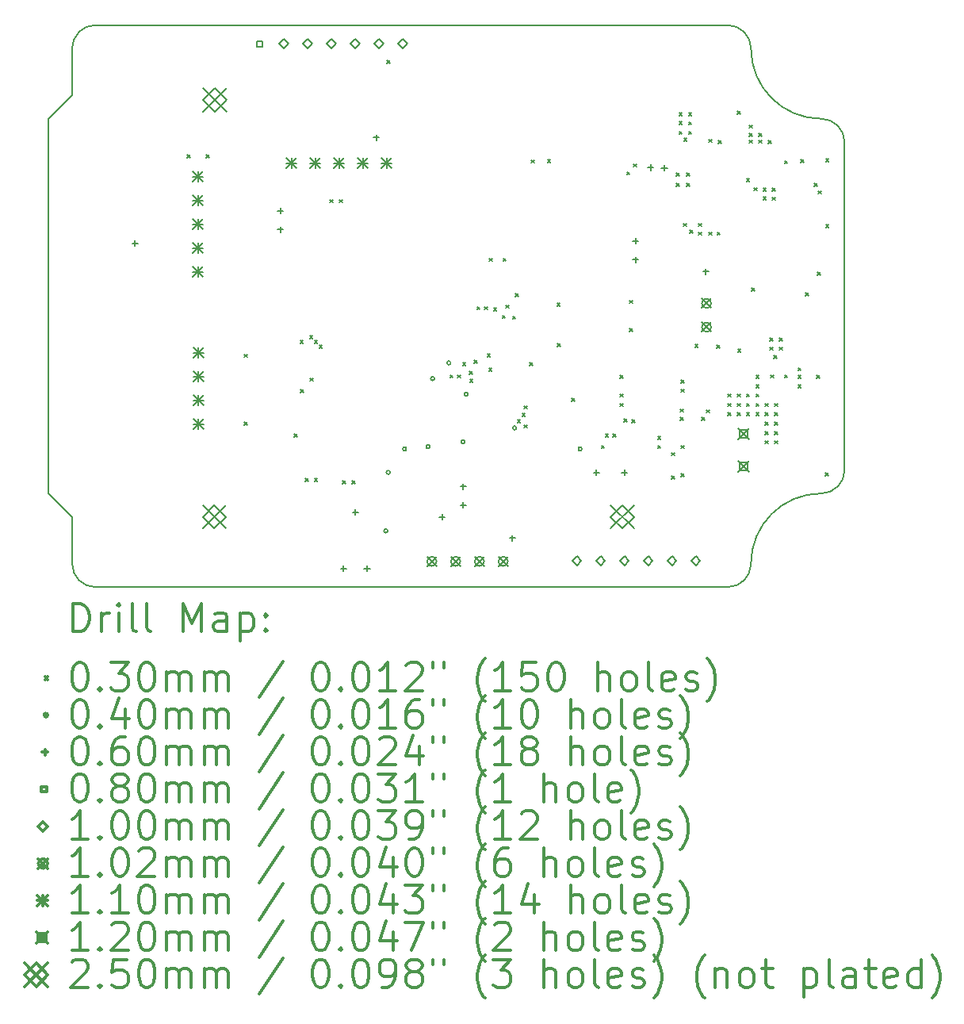
<source format=gbr>
%FSLAX45Y45*%
G04 Gerber Fmt 4.5, Leading zero omitted, Abs format (unit mm)*
G04 Created by KiCad (PCBNEW 4.0.7) date 2018 November 02, Friday 17:05:09*
%MOMM*%
%LPD*%
G01*
G04 APERTURE LIST*
%ADD10C,0.127000*%
%ADD11C,0.200000*%
%ADD12C,0.150000*%
%ADD13C,0.300000*%
G04 APERTURE END LIST*
D10*
D11*
X-500000Y5000000D02*
X-750000Y4750000D01*
X-500000Y500000D02*
X-500000Y0D01*
X-750000Y750000D02*
X-500000Y500000D01*
X7500000Y750000D02*
G75*
G03X7750000Y1000000I0J250000D01*
G01*
X6500000Y-250000D02*
G75*
G03X6750000Y0I0J250000D01*
G01*
X7750000Y4500000D02*
G75*
G03X7500000Y4750000I-250000J0D01*
G01*
X6750000Y5500000D02*
G75*
G03X6500000Y5750000I-250000J0D01*
G01*
X-750000Y750000D02*
X-750000Y4750000D01*
X-250000Y5750000D02*
G75*
G03X-500000Y5500000I0J-250000D01*
G01*
X-500000Y0D02*
G75*
G03X-250000Y-250000I250000J0D01*
G01*
D12*
X7500000Y750000D02*
G75*
G03X6750000Y0I0J-750000D01*
G01*
X6750000Y5500000D02*
G75*
G03X7500000Y4750000I750000J0D01*
G01*
X-500000Y5500000D02*
X-500000Y5000000D01*
X6500000Y5750000D02*
X-250000Y5750000D01*
X7750000Y1000000D02*
X7750000Y4500000D01*
X-250000Y-250000D02*
X6500000Y-250000D01*
D11*
X731000Y4365500D02*
X761000Y4335500D01*
X761000Y4365500D02*
X731000Y4335500D01*
X931000Y4365500D02*
X961000Y4335500D01*
X961000Y4365500D02*
X931000Y4335500D01*
X1339500Y2234000D02*
X1369500Y2204000D01*
X1369500Y2234000D02*
X1339500Y2204000D01*
X1339500Y1509000D02*
X1369500Y1479000D01*
X1369500Y1509000D02*
X1339500Y1479000D01*
X1874499Y1383959D02*
X1904499Y1353959D01*
X1904499Y1383959D02*
X1874499Y1353959D01*
X1936999Y2384002D02*
X1966999Y2354002D01*
X1966999Y2384002D02*
X1936999Y2354002D01*
X1939500Y1859000D02*
X1969500Y1829000D01*
X1969500Y1859000D02*
X1939500Y1829000D01*
X1989500Y911001D02*
X2019500Y881001D01*
X2019500Y911001D02*
X1989500Y881001D01*
X2039500Y2434000D02*
X2069500Y2404000D01*
X2069500Y2434000D02*
X2039500Y2404000D01*
X2042000Y1979000D02*
X2072000Y1949000D01*
X2072000Y1979000D02*
X2042000Y1949000D01*
X2089500Y2384000D02*
X2119500Y2354000D01*
X2119500Y2384000D02*
X2089500Y2354000D01*
X2089500Y911001D02*
X2119500Y881001D01*
X2119500Y911001D02*
X2089500Y881001D01*
X2139500Y2334000D02*
X2169500Y2304000D01*
X2169500Y2334000D02*
X2139500Y2304000D01*
X2254000Y3885500D02*
X2284000Y3855500D01*
X2284000Y3885500D02*
X2254000Y3855500D01*
X2354000Y3885500D02*
X2384000Y3855500D01*
X2384000Y3885500D02*
X2354000Y3855500D01*
X2389500Y884000D02*
X2419500Y854000D01*
X2419500Y884000D02*
X2389500Y854000D01*
X2489500Y884000D02*
X2519500Y854000D01*
X2519500Y884000D02*
X2489500Y854000D01*
X2864000Y5370500D02*
X2894000Y5340500D01*
X2894000Y5370500D02*
X2864000Y5340500D01*
X3535000Y2015000D02*
X3565000Y1985000D01*
X3565000Y2015000D02*
X3535000Y1985000D01*
X3618844Y2015586D02*
X3648844Y1985586D01*
X3648844Y2015586D02*
X3618844Y1985586D01*
X3673089Y2144108D02*
X3703089Y2114108D01*
X3703089Y2144108D02*
X3673089Y2114108D01*
X3744000Y2050500D02*
X3774000Y2020500D01*
X3774000Y2050500D02*
X3744000Y2020500D01*
X3749000Y1970354D02*
X3779000Y1940354D01*
X3779000Y1970354D02*
X3749000Y1940354D01*
X3794001Y2169122D02*
X3824001Y2139122D01*
X3824001Y2169122D02*
X3794001Y2139122D01*
X3825949Y2741756D02*
X3855949Y2711756D01*
X3855949Y2741756D02*
X3825949Y2711756D01*
X3905923Y2743848D02*
X3935923Y2713848D01*
X3935923Y2743848D02*
X3905923Y2713848D01*
X3934000Y2240500D02*
X3964000Y2210500D01*
X3964000Y2240500D02*
X3934000Y2210500D01*
X3951573Y2088073D02*
X3981573Y2058073D01*
X3981573Y2088073D02*
X3951573Y2058073D01*
X3954000Y3260500D02*
X3984000Y3230500D01*
X3984000Y3260500D02*
X3954000Y3230500D01*
X4004000Y2730500D02*
X4034000Y2700500D01*
X4034000Y2730500D02*
X4004000Y2700500D01*
X4096266Y2647912D02*
X4126266Y2617912D01*
X4126266Y2647912D02*
X4096266Y2617912D01*
X4104000Y3260500D02*
X4134000Y3230500D01*
X4134000Y3260500D02*
X4104000Y3230500D01*
X4132042Y2760508D02*
X4162042Y2730508D01*
X4162042Y2760508D02*
X4132042Y2730508D01*
X4204000Y2640500D02*
X4234000Y2610500D01*
X4234000Y2640500D02*
X4204000Y2610500D01*
X4234000Y2880500D02*
X4264000Y2850500D01*
X4264000Y2880500D02*
X4234000Y2850500D01*
X4255005Y1537110D02*
X4285005Y1507110D01*
X4285005Y1537110D02*
X4255005Y1507110D01*
X4306589Y1604513D02*
X4336589Y1574513D01*
X4336589Y1604513D02*
X4306589Y1574513D01*
X4329000Y1685500D02*
X4359000Y1655500D01*
X4359000Y1685500D02*
X4329000Y1655500D01*
X4329138Y1480717D02*
X4359138Y1450717D01*
X4359138Y1480717D02*
X4329138Y1450717D01*
X4386000Y2145500D02*
X4416000Y2115500D01*
X4416000Y2145500D02*
X4386000Y2115500D01*
X4404000Y4310500D02*
X4434000Y4280500D01*
X4434000Y4310500D02*
X4404000Y4280500D01*
X4579000Y4315501D02*
X4609000Y4285501D01*
X4609000Y4315501D02*
X4579000Y4285501D01*
X4680567Y2780501D02*
X4710567Y2750501D01*
X4710567Y2780501D02*
X4680567Y2750501D01*
X4684000Y2350501D02*
X4714000Y2320501D01*
X4714000Y2350501D02*
X4684000Y2320501D01*
X4835000Y1765000D02*
X4865000Y1735000D01*
X4865000Y1765000D02*
X4835000Y1735000D01*
X4835000Y1765000D02*
X4865000Y1735000D01*
X4865000Y1765000D02*
X4835000Y1735000D01*
X5154000Y1260500D02*
X5184000Y1230500D01*
X5184000Y1260500D02*
X5154000Y1230500D01*
X5196508Y1385581D02*
X5226508Y1355581D01*
X5226508Y1385581D02*
X5196508Y1355581D01*
X5276466Y1382966D02*
X5306466Y1352966D01*
X5306466Y1382966D02*
X5276466Y1352966D01*
X5354000Y2010500D02*
X5384000Y1980500D01*
X5384000Y2010500D02*
X5354000Y1980500D01*
X5354000Y1810500D02*
X5384000Y1780500D01*
X5384000Y1810500D02*
X5354000Y1780500D01*
X5354000Y1710500D02*
X5384000Y1680500D01*
X5384000Y1710500D02*
X5354000Y1680500D01*
X5396124Y1545498D02*
X5426124Y1515498D01*
X5426124Y1545498D02*
X5396124Y1515498D01*
X5424000Y4180499D02*
X5454000Y4150499D01*
X5454000Y4180499D02*
X5424000Y4150499D01*
X5454000Y2810500D02*
X5484000Y2780500D01*
X5484000Y2810500D02*
X5454000Y2780500D01*
X5454000Y2510500D02*
X5484000Y2480500D01*
X5484000Y2510500D02*
X5454000Y2480500D01*
X5481048Y1535498D02*
X5511048Y1505498D01*
X5511048Y1535498D02*
X5481048Y1505498D01*
X5497016Y4265496D02*
X5527016Y4235496D01*
X5527016Y4265496D02*
X5497016Y4235496D01*
X5754000Y1360500D02*
X5784000Y1330500D01*
X5784000Y1360500D02*
X5754000Y1330500D01*
X5754000Y1260500D02*
X5784000Y1230500D01*
X5784000Y1260500D02*
X5754000Y1230500D01*
X5904000Y1185500D02*
X5934000Y1155500D01*
X5934000Y1185500D02*
X5904000Y1155500D01*
X5904000Y935500D02*
X5934000Y905500D01*
X5934000Y935500D02*
X5904000Y905500D01*
X5954000Y4170500D02*
X5984000Y4140500D01*
X5984000Y4170500D02*
X5954000Y4140500D01*
X5954000Y4060500D02*
X5984000Y4030500D01*
X5984000Y4060500D02*
X5954000Y4030500D01*
X5984000Y4720500D02*
X6014000Y4690500D01*
X6014000Y4720500D02*
X5984000Y4690500D01*
X5985000Y4815000D02*
X6015000Y4785000D01*
X6015000Y4815000D02*
X5985000Y4785000D01*
X5985000Y4615000D02*
X6015000Y4585000D01*
X6015000Y4615000D02*
X5985000Y4585000D01*
X5994000Y1650500D02*
X6024000Y1620500D01*
X6024000Y1650500D02*
X5994000Y1620500D01*
X5994000Y1560500D02*
X6024000Y1530500D01*
X6024000Y1560500D02*
X5994000Y1530500D01*
X6004000Y1960500D02*
X6034000Y1930500D01*
X6034000Y1960500D02*
X6004000Y1930500D01*
X6004000Y1860500D02*
X6034000Y1830500D01*
X6034000Y1860500D02*
X6004000Y1830500D01*
X6004000Y1260500D02*
X6034000Y1230500D01*
X6034000Y1260500D02*
X6004000Y1230500D01*
X6004000Y960500D02*
X6034000Y930500D01*
X6034000Y960500D02*
X6004000Y930500D01*
X6029000Y3630500D02*
X6059000Y3600500D01*
X6059000Y3630500D02*
X6029000Y3600500D01*
X6035000Y4540000D02*
X6065000Y4510000D01*
X6065000Y4540000D02*
X6035000Y4510000D01*
X6064000Y4170500D02*
X6094000Y4140500D01*
X6094000Y4170500D02*
X6064000Y4140500D01*
X6064000Y4060500D02*
X6094000Y4030500D01*
X6094000Y4060500D02*
X6064000Y4030500D01*
X6085000Y4815000D02*
X6115000Y4785000D01*
X6115000Y4815000D02*
X6085000Y4785000D01*
X6085000Y4715000D02*
X6115000Y4685000D01*
X6115000Y4715000D02*
X6085000Y4685000D01*
X6085000Y4615000D02*
X6115000Y4585000D01*
X6115000Y4615000D02*
X6085000Y4585000D01*
X6099000Y3560500D02*
X6129000Y3530500D01*
X6129000Y3560500D02*
X6099000Y3530500D01*
X6154000Y2340500D02*
X6184000Y2310500D01*
X6184000Y2340500D02*
X6154000Y2310500D01*
X6189000Y3630500D02*
X6219000Y3600500D01*
X6219000Y3630500D02*
X6189000Y3600500D01*
X6189000Y3540500D02*
X6219000Y3510500D01*
X6219000Y3540500D02*
X6189000Y3510500D01*
X6224001Y1560500D02*
X6254001Y1530500D01*
X6254001Y1560500D02*
X6224001Y1530500D01*
X6274000Y1640500D02*
X6304000Y1610500D01*
X6304000Y1640500D02*
X6274000Y1610500D01*
X6299000Y3540500D02*
X6329000Y3510500D01*
X6329000Y3540500D02*
X6299000Y3510500D01*
X6303023Y4529626D02*
X6333023Y4499626D01*
X6333023Y4529626D02*
X6303023Y4499626D01*
X6384000Y2330500D02*
X6414000Y2300500D01*
X6414000Y2330500D02*
X6384000Y2300500D01*
X6389000Y3540500D02*
X6419000Y3510500D01*
X6419000Y3540500D02*
X6389000Y3510500D01*
X6404000Y4515501D02*
X6434000Y4485501D01*
X6434000Y4515501D02*
X6404000Y4485501D01*
X6504000Y1810500D02*
X6534000Y1780500D01*
X6534000Y1810500D02*
X6504000Y1780500D01*
X6504000Y1710500D02*
X6534000Y1680500D01*
X6534000Y1710500D02*
X6504000Y1680500D01*
X6504000Y1610500D02*
X6534000Y1580500D01*
X6534000Y1610500D02*
X6504000Y1580500D01*
X6604000Y4830500D02*
X6634000Y4800500D01*
X6634000Y4830500D02*
X6604000Y4800500D01*
X6604000Y1810500D02*
X6634000Y1780500D01*
X6634000Y1810500D02*
X6604000Y1780500D01*
X6604000Y1710500D02*
X6634000Y1680500D01*
X6634000Y1710500D02*
X6604000Y1680500D01*
X6604000Y1610500D02*
X6634000Y1580500D01*
X6634000Y1610500D02*
X6604000Y1580500D01*
X6610000Y2290000D02*
X6640000Y2260000D01*
X6640000Y2290000D02*
X6610000Y2260000D01*
X6704000Y4110500D02*
X6734000Y4080500D01*
X6734000Y4110500D02*
X6704000Y4080500D01*
X6704000Y1810500D02*
X6734000Y1780500D01*
X6734000Y1810500D02*
X6704000Y1780500D01*
X6704000Y1710500D02*
X6734000Y1680500D01*
X6734000Y1710500D02*
X6704000Y1680500D01*
X6704000Y1610500D02*
X6734000Y1580500D01*
X6734000Y1610500D02*
X6704000Y1580500D01*
X6734000Y4680500D02*
X6764000Y4650500D01*
X6764000Y4680500D02*
X6734000Y4650500D01*
X6734000Y4590500D02*
X6764000Y4560500D01*
X6764000Y4590500D02*
X6734000Y4560500D01*
X6734000Y4520500D02*
X6764000Y4490500D01*
X6764000Y4520500D02*
X6734000Y4490500D01*
X6760000Y2940000D02*
X6790000Y2910000D01*
X6790000Y2940000D02*
X6760000Y2910000D01*
X6782498Y4013998D02*
X6812498Y3983998D01*
X6812498Y4013998D02*
X6782498Y3983998D01*
X6804000Y2010500D02*
X6834000Y1980500D01*
X6834000Y2010500D02*
X6804000Y1980500D01*
X6804000Y1910500D02*
X6834000Y1880500D01*
X6834000Y1910500D02*
X6804000Y1880500D01*
X6804000Y1810500D02*
X6834000Y1780500D01*
X6834000Y1810500D02*
X6804000Y1780500D01*
X6804000Y1710500D02*
X6834000Y1680500D01*
X6834000Y1710500D02*
X6804000Y1680500D01*
X6804000Y1610500D02*
X6834000Y1580500D01*
X6834000Y1610500D02*
X6804000Y1580500D01*
X6834000Y4590500D02*
X6864000Y4560500D01*
X6864000Y4590500D02*
X6834000Y4560500D01*
X6834000Y4520500D02*
X6864000Y4490500D01*
X6864000Y4520500D02*
X6834000Y4490500D01*
X6879000Y4010500D02*
X6909000Y3980500D01*
X6909000Y4010500D02*
X6879000Y3980500D01*
X6882498Y3913998D02*
X6912498Y3883998D01*
X6912498Y3913998D02*
X6882498Y3883998D01*
X6904000Y1710500D02*
X6934000Y1680500D01*
X6934000Y1710500D02*
X6904000Y1680500D01*
X6904000Y1610500D02*
X6934000Y1580500D01*
X6934000Y1610500D02*
X6904000Y1580500D01*
X6904000Y1510500D02*
X6934000Y1480500D01*
X6934000Y1510500D02*
X6904000Y1480500D01*
X6904000Y1410500D02*
X6934000Y1380500D01*
X6934000Y1410500D02*
X6904000Y1380500D01*
X6904000Y1310500D02*
X6934000Y1280500D01*
X6934000Y1310500D02*
X6904000Y1280500D01*
X6935000Y4515000D02*
X6965000Y4485000D01*
X6965000Y4515000D02*
X6935000Y4485000D01*
X6954000Y2410500D02*
X6984000Y2380500D01*
X6984000Y2410500D02*
X6954000Y2380500D01*
X6954000Y2310500D02*
X6984000Y2280500D01*
X6984000Y2310500D02*
X6954000Y2280500D01*
X6960000Y2015000D02*
X6990000Y1985000D01*
X6990000Y2015000D02*
X6960000Y1985000D01*
X6979000Y4010500D02*
X7009000Y3980500D01*
X7009000Y4010500D02*
X6979000Y3980500D01*
X6979000Y3910500D02*
X7009000Y3880500D01*
X7009000Y3910500D02*
X6979000Y3880500D01*
X6994000Y2220500D02*
X7024000Y2190500D01*
X7024000Y2220500D02*
X6994000Y2190500D01*
X7004000Y1710500D02*
X7034000Y1680500D01*
X7034000Y1710500D02*
X7004000Y1680500D01*
X7004000Y1610500D02*
X7034000Y1580500D01*
X7034000Y1610500D02*
X7004000Y1580500D01*
X7004000Y1510500D02*
X7034000Y1480500D01*
X7034000Y1510500D02*
X7004000Y1480500D01*
X7004000Y1410500D02*
X7034000Y1380500D01*
X7034000Y1410500D02*
X7004000Y1380500D01*
X7004000Y1310500D02*
X7034000Y1280500D01*
X7034000Y1310500D02*
X7004000Y1280500D01*
X7054000Y2410500D02*
X7084000Y2380500D01*
X7084000Y2410500D02*
X7054000Y2380500D01*
X7054000Y2310500D02*
X7084000Y2280500D01*
X7084000Y2310500D02*
X7054000Y2280500D01*
X7109000Y4300500D02*
X7139000Y4270500D01*
X7139000Y4300500D02*
X7109000Y4270500D01*
X7110000Y2015000D02*
X7140000Y1985000D01*
X7140000Y2015000D02*
X7110000Y1985000D01*
X7254000Y2090500D02*
X7284000Y2060500D01*
X7284000Y2090500D02*
X7254000Y2060500D01*
X7254000Y2010500D02*
X7284000Y1980500D01*
X7284000Y2010500D02*
X7254000Y1980500D01*
X7254000Y1910500D02*
X7284000Y1880500D01*
X7284000Y1910500D02*
X7254000Y1880500D01*
X7285000Y4315000D02*
X7315000Y4285000D01*
X7315000Y4315000D02*
X7285000Y4285000D01*
X7334000Y2890500D02*
X7364000Y2860500D01*
X7364000Y2890500D02*
X7334000Y2860500D01*
X7429000Y4060500D02*
X7459000Y4030500D01*
X7459000Y4060500D02*
X7429000Y4030500D01*
X7454000Y2010500D02*
X7484000Y1980500D01*
X7484000Y2010500D02*
X7454000Y1980500D01*
X7460000Y3109999D02*
X7490000Y3079999D01*
X7490000Y3109999D02*
X7460000Y3079999D01*
X7469000Y3980500D02*
X7499000Y3950500D01*
X7499000Y3980500D02*
X7469000Y3950500D01*
X7544000Y970500D02*
X7574000Y940500D01*
X7574000Y970500D02*
X7544000Y940500D01*
X7549000Y4320500D02*
X7579000Y4290500D01*
X7579000Y4320500D02*
X7549000Y4290500D01*
X7549000Y3620500D02*
X7579000Y3590500D01*
X7579000Y3620500D02*
X7549000Y3590500D01*
X2870000Y350000D02*
G75*
G03X2870000Y350000I-20000J0D01*
G01*
X2895000Y975000D02*
G75*
G03X2895000Y975000I-20000J0D01*
G01*
X3070000Y1225000D02*
G75*
G03X3070000Y1225000I-20000J0D01*
G01*
X3320000Y1250000D02*
G75*
G03X3320000Y1250000I-20000J0D01*
G01*
X3370000Y1975000D02*
G75*
G03X3370000Y1975000I-20000J0D01*
G01*
X3543087Y2143839D02*
G75*
G03X3543087Y2143839I-20000J0D01*
G01*
X3695000Y1300000D02*
G75*
G03X3695000Y1300000I-20000J0D01*
G01*
X3728463Y1808463D02*
G75*
G03X3728463Y1808463I-20000J0D01*
G01*
X4245000Y1450000D02*
G75*
G03X4245000Y1450000I-20000J0D01*
G01*
X4945000Y1225000D02*
G75*
G03X4945000Y1225000I-20000J0D01*
G01*
X169500Y3451000D02*
X169500Y3391000D01*
X139500Y3421000D02*
X199500Y3421000D01*
X1724500Y3799000D02*
X1724500Y3739000D01*
X1694500Y3769000D02*
X1754500Y3769000D01*
X1724500Y3599000D02*
X1724500Y3539000D01*
X1694500Y3569000D02*
X1754500Y3569000D01*
X2400000Y-20000D02*
X2400000Y-80000D01*
X2370000Y-50000D02*
X2430000Y-50000D01*
X2525000Y580000D02*
X2525000Y520000D01*
X2495000Y550000D02*
X2555000Y550000D01*
X2650000Y-20000D02*
X2650000Y-80000D01*
X2620000Y-50000D02*
X2680000Y-50000D01*
X2750000Y4580000D02*
X2750000Y4520000D01*
X2720000Y4550000D02*
X2780000Y4550000D01*
X3450000Y530000D02*
X3450000Y470000D01*
X3420000Y500000D02*
X3480000Y500000D01*
X3675000Y855000D02*
X3675000Y795000D01*
X3645000Y825000D02*
X3705000Y825000D01*
X3675000Y655000D02*
X3675000Y595000D01*
X3645000Y625000D02*
X3705000Y625000D01*
X4200000Y305000D02*
X4200000Y245000D01*
X4170000Y275000D02*
X4230000Y275000D01*
X5100000Y1005000D02*
X5100000Y945000D01*
X5070000Y975000D02*
X5130000Y975000D01*
X5400000Y1005000D02*
X5400000Y945000D01*
X5370000Y975000D02*
X5430000Y975000D01*
X5519000Y3475500D02*
X5519000Y3415500D01*
X5489000Y3445500D02*
X5549000Y3445500D01*
X5519000Y3275500D02*
X5519000Y3215500D01*
X5489000Y3245500D02*
X5549000Y3245500D01*
X5677702Y4260496D02*
X5677702Y4200496D01*
X5647702Y4230496D02*
X5707702Y4230496D01*
X5825000Y4255000D02*
X5825000Y4195000D01*
X5795000Y4225000D02*
X5855000Y4225000D01*
X6269000Y3150500D02*
X6269000Y3090500D01*
X6239000Y3120500D02*
X6299000Y3120500D01*
X1528284Y5521716D02*
X1528284Y5578285D01*
X1471715Y5578285D01*
X1471715Y5521716D01*
X1528284Y5521716D01*
X1761000Y5500000D02*
X1811000Y5550000D01*
X1761000Y5600000D01*
X1711000Y5550000D01*
X1761000Y5500000D01*
X2015000Y5500000D02*
X2065000Y5550000D01*
X2015000Y5600000D01*
X1965000Y5550000D01*
X2015000Y5500000D01*
X2269000Y5500000D02*
X2319000Y5550000D01*
X2269000Y5600000D01*
X2219000Y5550000D01*
X2269000Y5500000D01*
X2523000Y5500000D02*
X2573000Y5550000D01*
X2523000Y5600000D01*
X2473000Y5550000D01*
X2523000Y5500000D01*
X2777000Y5500000D02*
X2827000Y5550000D01*
X2777000Y5600000D01*
X2727000Y5550000D01*
X2777000Y5500000D01*
X3031000Y5500000D02*
X3081000Y5550000D01*
X3031000Y5600000D01*
X2981000Y5550000D01*
X3031000Y5500000D01*
X4890000Y-17000D02*
X4940000Y33000D01*
X4890000Y83000D01*
X4840000Y33000D01*
X4890000Y-17000D01*
X5144000Y-17000D02*
X5194000Y33000D01*
X5144000Y83000D01*
X5094000Y33000D01*
X5144000Y-17000D01*
X5398000Y-17000D02*
X5448000Y33000D01*
X5398000Y83000D01*
X5348000Y33000D01*
X5398000Y-17000D01*
X5652000Y-17000D02*
X5702000Y33000D01*
X5652000Y83000D01*
X5602000Y33000D01*
X5652000Y-17000D01*
X5906000Y-17000D02*
X5956000Y33000D01*
X5906000Y83000D01*
X5856000Y33000D01*
X5906000Y-17000D01*
X6160000Y-17000D02*
X6210000Y33000D01*
X6160000Y83000D01*
X6110000Y33000D01*
X6160000Y-17000D01*
X3291200Y75800D02*
X3392800Y-25800D01*
X3392800Y75800D02*
X3291200Y-25800D01*
X3392800Y25000D02*
G75*
G03X3392800Y25000I-50800J0D01*
G01*
X3545200Y75800D02*
X3646800Y-25800D01*
X3646800Y75800D02*
X3545200Y-25800D01*
X3646800Y25000D02*
G75*
G03X3646800Y25000I-50800J0D01*
G01*
X3799200Y75800D02*
X3900800Y-25800D01*
X3900800Y75800D02*
X3799200Y-25800D01*
X3900800Y25000D02*
G75*
G03X3900800Y25000I-50800J0D01*
G01*
X4053200Y75800D02*
X4154800Y-25800D01*
X4154800Y75800D02*
X4053200Y-25800D01*
X4154800Y25000D02*
G75*
G03X4154800Y25000I-50800J0D01*
G01*
X6224200Y2829800D02*
X6325800Y2728200D01*
X6325800Y2829800D02*
X6224200Y2728200D01*
X6325800Y2779000D02*
G75*
G03X6325800Y2779000I-50800J0D01*
G01*
X6224200Y2575800D02*
X6325800Y2474200D01*
X6325800Y2575800D02*
X6224200Y2474200D01*
X6325800Y2525000D02*
G75*
G03X6325800Y2525000I-50800J0D01*
G01*
X789136Y4184864D02*
X898864Y4075136D01*
X898864Y4184864D02*
X789136Y4075136D01*
X844000Y4184864D02*
X844000Y4075136D01*
X789136Y4130000D02*
X898864Y4130000D01*
X789136Y3930864D02*
X898864Y3821136D01*
X898864Y3930864D02*
X789136Y3821136D01*
X844000Y3930864D02*
X844000Y3821136D01*
X789136Y3876000D02*
X898864Y3876000D01*
X789136Y3676864D02*
X898864Y3567136D01*
X898864Y3676864D02*
X789136Y3567136D01*
X844000Y3676864D02*
X844000Y3567136D01*
X789136Y3622000D02*
X898864Y3622000D01*
X789136Y3422864D02*
X898864Y3313136D01*
X898864Y3422864D02*
X789136Y3313136D01*
X844000Y3422864D02*
X844000Y3313136D01*
X789136Y3368000D02*
X898864Y3368000D01*
X789136Y3168864D02*
X898864Y3059136D01*
X898864Y3168864D02*
X789136Y3059136D01*
X844000Y3168864D02*
X844000Y3059136D01*
X789136Y3114000D02*
X898864Y3114000D01*
X793136Y2304864D02*
X902864Y2195136D01*
X902864Y2304864D02*
X793136Y2195136D01*
X848000Y2304864D02*
X848000Y2195136D01*
X793136Y2250000D02*
X902864Y2250000D01*
X793136Y2050864D02*
X902864Y1941136D01*
X902864Y2050864D02*
X793136Y1941136D01*
X848000Y2050864D02*
X848000Y1941136D01*
X793136Y1996000D02*
X902864Y1996000D01*
X793136Y1796864D02*
X902864Y1687136D01*
X902864Y1796864D02*
X793136Y1687136D01*
X848000Y1796864D02*
X848000Y1687136D01*
X793136Y1742000D02*
X902864Y1742000D01*
X793136Y1542864D02*
X902864Y1433136D01*
X902864Y1542864D02*
X793136Y1433136D01*
X848000Y1542864D02*
X848000Y1433136D01*
X793136Y1488000D02*
X902864Y1488000D01*
X1787136Y4330864D02*
X1896864Y4221136D01*
X1896864Y4330864D02*
X1787136Y4221136D01*
X1842000Y4330864D02*
X1842000Y4221136D01*
X1787136Y4276000D02*
X1896864Y4276000D01*
X2041136Y4330864D02*
X2150864Y4221136D01*
X2150864Y4330864D02*
X2041136Y4221136D01*
X2096000Y4330864D02*
X2096000Y4221136D01*
X2041136Y4276000D02*
X2150864Y4276000D01*
X2295136Y4330864D02*
X2404864Y4221136D01*
X2404864Y4330864D02*
X2295136Y4221136D01*
X2350000Y4330864D02*
X2350000Y4221136D01*
X2295136Y4276000D02*
X2404864Y4276000D01*
X2549136Y4330864D02*
X2658864Y4221136D01*
X2658864Y4330864D02*
X2549136Y4221136D01*
X2604000Y4330864D02*
X2604000Y4221136D01*
X2549136Y4276000D02*
X2658864Y4276000D01*
X2803136Y4330864D02*
X2912864Y4221136D01*
X2912864Y4330864D02*
X2803136Y4221136D01*
X2858000Y4330864D02*
X2858000Y4221136D01*
X2803136Y4276000D02*
X2912864Y4276000D01*
X6609000Y1445500D02*
X6729000Y1325500D01*
X6729000Y1445500D02*
X6609000Y1325500D01*
X6711427Y1343073D02*
X6711427Y1427927D01*
X6626573Y1427927D01*
X6626573Y1343073D01*
X6711427Y1343073D01*
X6609000Y1095500D02*
X6729000Y975500D01*
X6729000Y1095500D02*
X6609000Y975500D01*
X6711427Y993073D02*
X6711427Y1077927D01*
X6626573Y1077927D01*
X6626573Y993073D01*
X6711427Y993073D01*
X894000Y625000D02*
X1144000Y375000D01*
X1144000Y625000D02*
X894000Y375000D01*
X1019000Y375000D02*
X1144000Y500000D01*
X1019000Y625000D01*
X894000Y500000D01*
X1019000Y375000D01*
X900000Y5075000D02*
X1150000Y4825000D01*
X1150000Y5075000D02*
X900000Y4825000D01*
X1025000Y4825000D02*
X1150000Y4950000D01*
X1025000Y5075000D01*
X900000Y4950000D01*
X1025000Y4825000D01*
X5250000Y625000D02*
X5500000Y375000D01*
X5500000Y625000D02*
X5250000Y375000D01*
X5375000Y375000D02*
X5500000Y500000D01*
X5375000Y625000D01*
X5250000Y500000D01*
X5375000Y375000D01*
D13*
X-488571Y-725714D02*
X-488571Y-425714D01*
X-417143Y-425714D01*
X-374286Y-440000D01*
X-345714Y-468571D01*
X-331429Y-497143D01*
X-317143Y-554286D01*
X-317143Y-597143D01*
X-331429Y-654286D01*
X-345714Y-682857D01*
X-374286Y-711429D01*
X-417143Y-725714D01*
X-488571Y-725714D01*
X-188571Y-725714D02*
X-188571Y-525714D01*
X-188571Y-582857D02*
X-174286Y-554286D01*
X-160000Y-540000D01*
X-131429Y-525714D01*
X-102857Y-525714D01*
X-2857Y-725714D02*
X-2857Y-525714D01*
X-2857Y-425714D02*
X-17143Y-440000D01*
X-2857Y-454286D01*
X11428Y-440000D01*
X-2857Y-425714D01*
X-2857Y-454286D01*
X182857Y-725714D02*
X154286Y-711429D01*
X140000Y-682857D01*
X140000Y-425714D01*
X340000Y-725714D02*
X311429Y-711429D01*
X297143Y-682857D01*
X297143Y-425714D01*
X682857Y-725714D02*
X682857Y-425714D01*
X782857Y-640000D01*
X882857Y-425714D01*
X882857Y-725714D01*
X1154286Y-725714D02*
X1154286Y-568572D01*
X1140000Y-540000D01*
X1111429Y-525714D01*
X1054286Y-525714D01*
X1025714Y-540000D01*
X1154286Y-711429D02*
X1125714Y-725714D01*
X1054286Y-725714D01*
X1025714Y-711429D01*
X1011428Y-682857D01*
X1011428Y-654286D01*
X1025714Y-625714D01*
X1054286Y-611429D01*
X1125714Y-611429D01*
X1154286Y-597143D01*
X1297143Y-525714D02*
X1297143Y-825714D01*
X1297143Y-540000D02*
X1325714Y-525714D01*
X1382857Y-525714D01*
X1411428Y-540000D01*
X1425714Y-554286D01*
X1440000Y-582857D01*
X1440000Y-668572D01*
X1425714Y-697143D01*
X1411428Y-711429D01*
X1382857Y-725714D01*
X1325714Y-725714D01*
X1297143Y-711429D01*
X1568571Y-697143D02*
X1582857Y-711429D01*
X1568571Y-725714D01*
X1554286Y-711429D01*
X1568571Y-697143D01*
X1568571Y-725714D01*
X1568571Y-540000D02*
X1582857Y-554286D01*
X1568571Y-568572D01*
X1554286Y-554286D01*
X1568571Y-540000D01*
X1568571Y-568572D01*
X-790000Y-1205000D02*
X-760000Y-1235000D01*
X-760000Y-1205000D02*
X-790000Y-1235000D01*
X-431429Y-1055714D02*
X-402857Y-1055714D01*
X-374286Y-1070000D01*
X-360000Y-1084286D01*
X-345714Y-1112857D01*
X-331429Y-1170000D01*
X-331429Y-1241429D01*
X-345714Y-1298572D01*
X-360000Y-1327143D01*
X-374286Y-1341429D01*
X-402857Y-1355714D01*
X-431429Y-1355714D01*
X-460000Y-1341429D01*
X-474286Y-1327143D01*
X-488571Y-1298572D01*
X-502857Y-1241429D01*
X-502857Y-1170000D01*
X-488571Y-1112857D01*
X-474286Y-1084286D01*
X-460000Y-1070000D01*
X-431429Y-1055714D01*
X-202857Y-1327143D02*
X-188571Y-1341429D01*
X-202857Y-1355714D01*
X-217143Y-1341429D01*
X-202857Y-1327143D01*
X-202857Y-1355714D01*
X-88572Y-1055714D02*
X97143Y-1055714D01*
X-2857Y-1170000D01*
X40000Y-1170000D01*
X68571Y-1184286D01*
X82857Y-1198572D01*
X97143Y-1227143D01*
X97143Y-1298572D01*
X82857Y-1327143D01*
X68571Y-1341429D01*
X40000Y-1355714D01*
X-45714Y-1355714D01*
X-74286Y-1341429D01*
X-88572Y-1327143D01*
X282857Y-1055714D02*
X311429Y-1055714D01*
X340000Y-1070000D01*
X354286Y-1084286D01*
X368571Y-1112857D01*
X382857Y-1170000D01*
X382857Y-1241429D01*
X368571Y-1298572D01*
X354286Y-1327143D01*
X340000Y-1341429D01*
X311429Y-1355714D01*
X282857Y-1355714D01*
X254286Y-1341429D01*
X240000Y-1327143D01*
X225714Y-1298572D01*
X211428Y-1241429D01*
X211428Y-1170000D01*
X225714Y-1112857D01*
X240000Y-1084286D01*
X254286Y-1070000D01*
X282857Y-1055714D01*
X511428Y-1355714D02*
X511428Y-1155714D01*
X511428Y-1184286D02*
X525714Y-1170000D01*
X554286Y-1155714D01*
X597143Y-1155714D01*
X625714Y-1170000D01*
X640000Y-1198572D01*
X640000Y-1355714D01*
X640000Y-1198572D02*
X654286Y-1170000D01*
X682857Y-1155714D01*
X725714Y-1155714D01*
X754286Y-1170000D01*
X768571Y-1198572D01*
X768571Y-1355714D01*
X911428Y-1355714D02*
X911428Y-1155714D01*
X911428Y-1184286D02*
X925714Y-1170000D01*
X954286Y-1155714D01*
X997143Y-1155714D01*
X1025714Y-1170000D01*
X1040000Y-1198572D01*
X1040000Y-1355714D01*
X1040000Y-1198572D02*
X1054286Y-1170000D01*
X1082857Y-1155714D01*
X1125714Y-1155714D01*
X1154286Y-1170000D01*
X1168571Y-1198572D01*
X1168571Y-1355714D01*
X1754286Y-1041429D02*
X1497143Y-1427143D01*
X2140000Y-1055714D02*
X2168571Y-1055714D01*
X2197143Y-1070000D01*
X2211428Y-1084286D01*
X2225714Y-1112857D01*
X2240000Y-1170000D01*
X2240000Y-1241429D01*
X2225714Y-1298572D01*
X2211428Y-1327143D01*
X2197143Y-1341429D01*
X2168571Y-1355714D01*
X2140000Y-1355714D01*
X2111428Y-1341429D01*
X2097143Y-1327143D01*
X2082857Y-1298572D01*
X2068571Y-1241429D01*
X2068571Y-1170000D01*
X2082857Y-1112857D01*
X2097143Y-1084286D01*
X2111428Y-1070000D01*
X2140000Y-1055714D01*
X2368571Y-1327143D02*
X2382857Y-1341429D01*
X2368571Y-1355714D01*
X2354286Y-1341429D01*
X2368571Y-1327143D01*
X2368571Y-1355714D01*
X2568571Y-1055714D02*
X2597143Y-1055714D01*
X2625714Y-1070000D01*
X2640000Y-1084286D01*
X2654286Y-1112857D01*
X2668571Y-1170000D01*
X2668571Y-1241429D01*
X2654286Y-1298572D01*
X2640000Y-1327143D01*
X2625714Y-1341429D01*
X2597143Y-1355714D01*
X2568571Y-1355714D01*
X2540000Y-1341429D01*
X2525714Y-1327143D01*
X2511428Y-1298572D01*
X2497143Y-1241429D01*
X2497143Y-1170000D01*
X2511428Y-1112857D01*
X2525714Y-1084286D01*
X2540000Y-1070000D01*
X2568571Y-1055714D01*
X2954285Y-1355714D02*
X2782857Y-1355714D01*
X2868571Y-1355714D02*
X2868571Y-1055714D01*
X2840000Y-1098572D01*
X2811428Y-1127143D01*
X2782857Y-1141429D01*
X3068571Y-1084286D02*
X3082857Y-1070000D01*
X3111428Y-1055714D01*
X3182857Y-1055714D01*
X3211428Y-1070000D01*
X3225714Y-1084286D01*
X3240000Y-1112857D01*
X3240000Y-1141429D01*
X3225714Y-1184286D01*
X3054285Y-1355714D01*
X3240000Y-1355714D01*
X3354286Y-1055714D02*
X3354286Y-1112857D01*
X3468571Y-1055714D02*
X3468571Y-1112857D01*
X3911428Y-1470000D02*
X3897143Y-1455714D01*
X3868571Y-1412857D01*
X3854285Y-1384286D01*
X3840000Y-1341429D01*
X3825714Y-1270000D01*
X3825714Y-1212857D01*
X3840000Y-1141429D01*
X3854285Y-1098572D01*
X3868571Y-1070000D01*
X3897143Y-1027143D01*
X3911428Y-1012857D01*
X4182857Y-1355714D02*
X4011428Y-1355714D01*
X4097143Y-1355714D02*
X4097143Y-1055714D01*
X4068571Y-1098572D01*
X4040000Y-1127143D01*
X4011428Y-1141429D01*
X4454286Y-1055714D02*
X4311428Y-1055714D01*
X4297143Y-1198572D01*
X4311428Y-1184286D01*
X4340000Y-1170000D01*
X4411428Y-1170000D01*
X4440000Y-1184286D01*
X4454286Y-1198572D01*
X4468571Y-1227143D01*
X4468571Y-1298572D01*
X4454286Y-1327143D01*
X4440000Y-1341429D01*
X4411428Y-1355714D01*
X4340000Y-1355714D01*
X4311428Y-1341429D01*
X4297143Y-1327143D01*
X4654286Y-1055714D02*
X4682857Y-1055714D01*
X4711428Y-1070000D01*
X4725714Y-1084286D01*
X4740000Y-1112857D01*
X4754286Y-1170000D01*
X4754286Y-1241429D01*
X4740000Y-1298572D01*
X4725714Y-1327143D01*
X4711428Y-1341429D01*
X4682857Y-1355714D01*
X4654286Y-1355714D01*
X4625714Y-1341429D01*
X4611428Y-1327143D01*
X4597143Y-1298572D01*
X4582857Y-1241429D01*
X4582857Y-1170000D01*
X4597143Y-1112857D01*
X4611428Y-1084286D01*
X4625714Y-1070000D01*
X4654286Y-1055714D01*
X5111428Y-1355714D02*
X5111428Y-1055714D01*
X5240000Y-1355714D02*
X5240000Y-1198572D01*
X5225714Y-1170000D01*
X5197143Y-1155714D01*
X5154286Y-1155714D01*
X5125714Y-1170000D01*
X5111428Y-1184286D01*
X5425714Y-1355714D02*
X5397143Y-1341429D01*
X5382857Y-1327143D01*
X5368571Y-1298572D01*
X5368571Y-1212857D01*
X5382857Y-1184286D01*
X5397143Y-1170000D01*
X5425714Y-1155714D01*
X5468571Y-1155714D01*
X5497143Y-1170000D01*
X5511428Y-1184286D01*
X5525714Y-1212857D01*
X5525714Y-1298572D01*
X5511428Y-1327143D01*
X5497143Y-1341429D01*
X5468571Y-1355714D01*
X5425714Y-1355714D01*
X5697143Y-1355714D02*
X5668571Y-1341429D01*
X5654286Y-1312857D01*
X5654286Y-1055714D01*
X5925714Y-1341429D02*
X5897143Y-1355714D01*
X5840000Y-1355714D01*
X5811428Y-1341429D01*
X5797143Y-1312857D01*
X5797143Y-1198572D01*
X5811428Y-1170000D01*
X5840000Y-1155714D01*
X5897143Y-1155714D01*
X5925714Y-1170000D01*
X5940000Y-1198572D01*
X5940000Y-1227143D01*
X5797143Y-1255714D01*
X6054286Y-1341429D02*
X6082857Y-1355714D01*
X6140000Y-1355714D01*
X6168571Y-1341429D01*
X6182857Y-1312857D01*
X6182857Y-1298572D01*
X6168571Y-1270000D01*
X6140000Y-1255714D01*
X6097143Y-1255714D01*
X6068571Y-1241429D01*
X6054286Y-1212857D01*
X6054286Y-1198572D01*
X6068571Y-1170000D01*
X6097143Y-1155714D01*
X6140000Y-1155714D01*
X6168571Y-1170000D01*
X6282857Y-1470000D02*
X6297143Y-1455714D01*
X6325714Y-1412857D01*
X6340000Y-1384286D01*
X6354286Y-1341429D01*
X6368571Y-1270000D01*
X6368571Y-1212857D01*
X6354286Y-1141429D01*
X6340000Y-1098572D01*
X6325714Y-1070000D01*
X6297143Y-1027143D01*
X6282857Y-1012857D01*
X-760000Y-1616000D02*
G75*
G03X-760000Y-1616000I-20000J0D01*
G01*
X-431429Y-1451714D02*
X-402857Y-1451714D01*
X-374286Y-1466000D01*
X-360000Y-1480286D01*
X-345714Y-1508857D01*
X-331429Y-1566000D01*
X-331429Y-1637429D01*
X-345714Y-1694571D01*
X-360000Y-1723143D01*
X-374286Y-1737429D01*
X-402857Y-1751714D01*
X-431429Y-1751714D01*
X-460000Y-1737429D01*
X-474286Y-1723143D01*
X-488571Y-1694571D01*
X-502857Y-1637429D01*
X-502857Y-1566000D01*
X-488571Y-1508857D01*
X-474286Y-1480286D01*
X-460000Y-1466000D01*
X-431429Y-1451714D01*
X-202857Y-1723143D02*
X-188571Y-1737429D01*
X-202857Y-1751714D01*
X-217143Y-1737429D01*
X-202857Y-1723143D01*
X-202857Y-1751714D01*
X68571Y-1551714D02*
X68571Y-1751714D01*
X-2857Y-1437429D02*
X-74286Y-1651714D01*
X111428Y-1651714D01*
X282857Y-1451714D02*
X311429Y-1451714D01*
X340000Y-1466000D01*
X354286Y-1480286D01*
X368571Y-1508857D01*
X382857Y-1566000D01*
X382857Y-1637429D01*
X368571Y-1694571D01*
X354286Y-1723143D01*
X340000Y-1737429D01*
X311429Y-1751714D01*
X282857Y-1751714D01*
X254286Y-1737429D01*
X240000Y-1723143D01*
X225714Y-1694571D01*
X211428Y-1637429D01*
X211428Y-1566000D01*
X225714Y-1508857D01*
X240000Y-1480286D01*
X254286Y-1466000D01*
X282857Y-1451714D01*
X511428Y-1751714D02*
X511428Y-1551714D01*
X511428Y-1580286D02*
X525714Y-1566000D01*
X554286Y-1551714D01*
X597143Y-1551714D01*
X625714Y-1566000D01*
X640000Y-1594571D01*
X640000Y-1751714D01*
X640000Y-1594571D02*
X654286Y-1566000D01*
X682857Y-1551714D01*
X725714Y-1551714D01*
X754286Y-1566000D01*
X768571Y-1594571D01*
X768571Y-1751714D01*
X911428Y-1751714D02*
X911428Y-1551714D01*
X911428Y-1580286D02*
X925714Y-1566000D01*
X954286Y-1551714D01*
X997143Y-1551714D01*
X1025714Y-1566000D01*
X1040000Y-1594571D01*
X1040000Y-1751714D01*
X1040000Y-1594571D02*
X1054286Y-1566000D01*
X1082857Y-1551714D01*
X1125714Y-1551714D01*
X1154286Y-1566000D01*
X1168571Y-1594571D01*
X1168571Y-1751714D01*
X1754286Y-1437429D02*
X1497143Y-1823143D01*
X2140000Y-1451714D02*
X2168571Y-1451714D01*
X2197143Y-1466000D01*
X2211428Y-1480286D01*
X2225714Y-1508857D01*
X2240000Y-1566000D01*
X2240000Y-1637429D01*
X2225714Y-1694571D01*
X2211428Y-1723143D01*
X2197143Y-1737429D01*
X2168571Y-1751714D01*
X2140000Y-1751714D01*
X2111428Y-1737429D01*
X2097143Y-1723143D01*
X2082857Y-1694571D01*
X2068571Y-1637429D01*
X2068571Y-1566000D01*
X2082857Y-1508857D01*
X2097143Y-1480286D01*
X2111428Y-1466000D01*
X2140000Y-1451714D01*
X2368571Y-1723143D02*
X2382857Y-1737429D01*
X2368571Y-1751714D01*
X2354286Y-1737429D01*
X2368571Y-1723143D01*
X2368571Y-1751714D01*
X2568571Y-1451714D02*
X2597143Y-1451714D01*
X2625714Y-1466000D01*
X2640000Y-1480286D01*
X2654286Y-1508857D01*
X2668571Y-1566000D01*
X2668571Y-1637429D01*
X2654286Y-1694571D01*
X2640000Y-1723143D01*
X2625714Y-1737429D01*
X2597143Y-1751714D01*
X2568571Y-1751714D01*
X2540000Y-1737429D01*
X2525714Y-1723143D01*
X2511428Y-1694571D01*
X2497143Y-1637429D01*
X2497143Y-1566000D01*
X2511428Y-1508857D01*
X2525714Y-1480286D01*
X2540000Y-1466000D01*
X2568571Y-1451714D01*
X2954285Y-1751714D02*
X2782857Y-1751714D01*
X2868571Y-1751714D02*
X2868571Y-1451714D01*
X2840000Y-1494571D01*
X2811428Y-1523143D01*
X2782857Y-1537429D01*
X3211428Y-1451714D02*
X3154285Y-1451714D01*
X3125714Y-1466000D01*
X3111428Y-1480286D01*
X3082857Y-1523143D01*
X3068571Y-1580286D01*
X3068571Y-1694571D01*
X3082857Y-1723143D01*
X3097143Y-1737429D01*
X3125714Y-1751714D01*
X3182857Y-1751714D01*
X3211428Y-1737429D01*
X3225714Y-1723143D01*
X3240000Y-1694571D01*
X3240000Y-1623143D01*
X3225714Y-1594571D01*
X3211428Y-1580286D01*
X3182857Y-1566000D01*
X3125714Y-1566000D01*
X3097143Y-1580286D01*
X3082857Y-1594571D01*
X3068571Y-1623143D01*
X3354286Y-1451714D02*
X3354286Y-1508857D01*
X3468571Y-1451714D02*
X3468571Y-1508857D01*
X3911428Y-1866000D02*
X3897143Y-1851714D01*
X3868571Y-1808857D01*
X3854285Y-1780286D01*
X3840000Y-1737429D01*
X3825714Y-1666000D01*
X3825714Y-1608857D01*
X3840000Y-1537429D01*
X3854285Y-1494571D01*
X3868571Y-1466000D01*
X3897143Y-1423143D01*
X3911428Y-1408857D01*
X4182857Y-1751714D02*
X4011428Y-1751714D01*
X4097143Y-1751714D02*
X4097143Y-1451714D01*
X4068571Y-1494571D01*
X4040000Y-1523143D01*
X4011428Y-1537429D01*
X4368571Y-1451714D02*
X4397143Y-1451714D01*
X4425714Y-1466000D01*
X4440000Y-1480286D01*
X4454286Y-1508857D01*
X4468571Y-1566000D01*
X4468571Y-1637429D01*
X4454286Y-1694571D01*
X4440000Y-1723143D01*
X4425714Y-1737429D01*
X4397143Y-1751714D01*
X4368571Y-1751714D01*
X4340000Y-1737429D01*
X4325714Y-1723143D01*
X4311428Y-1694571D01*
X4297143Y-1637429D01*
X4297143Y-1566000D01*
X4311428Y-1508857D01*
X4325714Y-1480286D01*
X4340000Y-1466000D01*
X4368571Y-1451714D01*
X4825714Y-1751714D02*
X4825714Y-1451714D01*
X4954286Y-1751714D02*
X4954286Y-1594571D01*
X4940000Y-1566000D01*
X4911428Y-1551714D01*
X4868571Y-1551714D01*
X4840000Y-1566000D01*
X4825714Y-1580286D01*
X5140000Y-1751714D02*
X5111428Y-1737429D01*
X5097143Y-1723143D01*
X5082857Y-1694571D01*
X5082857Y-1608857D01*
X5097143Y-1580286D01*
X5111428Y-1566000D01*
X5140000Y-1551714D01*
X5182857Y-1551714D01*
X5211428Y-1566000D01*
X5225714Y-1580286D01*
X5240000Y-1608857D01*
X5240000Y-1694571D01*
X5225714Y-1723143D01*
X5211428Y-1737429D01*
X5182857Y-1751714D01*
X5140000Y-1751714D01*
X5411428Y-1751714D02*
X5382857Y-1737429D01*
X5368571Y-1708857D01*
X5368571Y-1451714D01*
X5640000Y-1737429D02*
X5611428Y-1751714D01*
X5554286Y-1751714D01*
X5525714Y-1737429D01*
X5511429Y-1708857D01*
X5511429Y-1594571D01*
X5525714Y-1566000D01*
X5554286Y-1551714D01*
X5611428Y-1551714D01*
X5640000Y-1566000D01*
X5654286Y-1594571D01*
X5654286Y-1623143D01*
X5511429Y-1651714D01*
X5768571Y-1737429D02*
X5797143Y-1751714D01*
X5854286Y-1751714D01*
X5882857Y-1737429D01*
X5897143Y-1708857D01*
X5897143Y-1694571D01*
X5882857Y-1666000D01*
X5854286Y-1651714D01*
X5811428Y-1651714D01*
X5782857Y-1637429D01*
X5768571Y-1608857D01*
X5768571Y-1594571D01*
X5782857Y-1566000D01*
X5811428Y-1551714D01*
X5854286Y-1551714D01*
X5882857Y-1566000D01*
X5997143Y-1866000D02*
X6011428Y-1851714D01*
X6040000Y-1808857D01*
X6054286Y-1780286D01*
X6068571Y-1737429D01*
X6082857Y-1666000D01*
X6082857Y-1608857D01*
X6068571Y-1537429D01*
X6054286Y-1494571D01*
X6040000Y-1466000D01*
X6011428Y-1423143D01*
X5997143Y-1408857D01*
X-790000Y-1982000D02*
X-790000Y-2042000D01*
X-820000Y-2012000D02*
X-760000Y-2012000D01*
X-431429Y-1847714D02*
X-402857Y-1847714D01*
X-374286Y-1862000D01*
X-360000Y-1876286D01*
X-345714Y-1904857D01*
X-331429Y-1962000D01*
X-331429Y-2033429D01*
X-345714Y-2090571D01*
X-360000Y-2119143D01*
X-374286Y-2133429D01*
X-402857Y-2147714D01*
X-431429Y-2147714D01*
X-460000Y-2133429D01*
X-474286Y-2119143D01*
X-488571Y-2090571D01*
X-502857Y-2033429D01*
X-502857Y-1962000D01*
X-488571Y-1904857D01*
X-474286Y-1876286D01*
X-460000Y-1862000D01*
X-431429Y-1847714D01*
X-202857Y-2119143D02*
X-188571Y-2133429D01*
X-202857Y-2147714D01*
X-217143Y-2133429D01*
X-202857Y-2119143D01*
X-202857Y-2147714D01*
X68571Y-1847714D02*
X11428Y-1847714D01*
X-17143Y-1862000D01*
X-31429Y-1876286D01*
X-60000Y-1919143D01*
X-74286Y-1976286D01*
X-74286Y-2090571D01*
X-60000Y-2119143D01*
X-45714Y-2133429D01*
X-17143Y-2147714D01*
X40000Y-2147714D01*
X68571Y-2133429D01*
X82857Y-2119143D01*
X97143Y-2090571D01*
X97143Y-2019143D01*
X82857Y-1990571D01*
X68571Y-1976286D01*
X40000Y-1962000D01*
X-17143Y-1962000D01*
X-45714Y-1976286D01*
X-60000Y-1990571D01*
X-74286Y-2019143D01*
X282857Y-1847714D02*
X311429Y-1847714D01*
X340000Y-1862000D01*
X354286Y-1876286D01*
X368571Y-1904857D01*
X382857Y-1962000D01*
X382857Y-2033429D01*
X368571Y-2090571D01*
X354286Y-2119143D01*
X340000Y-2133429D01*
X311429Y-2147714D01*
X282857Y-2147714D01*
X254286Y-2133429D01*
X240000Y-2119143D01*
X225714Y-2090571D01*
X211428Y-2033429D01*
X211428Y-1962000D01*
X225714Y-1904857D01*
X240000Y-1876286D01*
X254286Y-1862000D01*
X282857Y-1847714D01*
X511428Y-2147714D02*
X511428Y-1947714D01*
X511428Y-1976286D02*
X525714Y-1962000D01*
X554286Y-1947714D01*
X597143Y-1947714D01*
X625714Y-1962000D01*
X640000Y-1990571D01*
X640000Y-2147714D01*
X640000Y-1990571D02*
X654286Y-1962000D01*
X682857Y-1947714D01*
X725714Y-1947714D01*
X754286Y-1962000D01*
X768571Y-1990571D01*
X768571Y-2147714D01*
X911428Y-2147714D02*
X911428Y-1947714D01*
X911428Y-1976286D02*
X925714Y-1962000D01*
X954286Y-1947714D01*
X997143Y-1947714D01*
X1025714Y-1962000D01*
X1040000Y-1990571D01*
X1040000Y-2147714D01*
X1040000Y-1990571D02*
X1054286Y-1962000D01*
X1082857Y-1947714D01*
X1125714Y-1947714D01*
X1154286Y-1962000D01*
X1168571Y-1990571D01*
X1168571Y-2147714D01*
X1754286Y-1833429D02*
X1497143Y-2219143D01*
X2140000Y-1847714D02*
X2168571Y-1847714D01*
X2197143Y-1862000D01*
X2211428Y-1876286D01*
X2225714Y-1904857D01*
X2240000Y-1962000D01*
X2240000Y-2033429D01*
X2225714Y-2090571D01*
X2211428Y-2119143D01*
X2197143Y-2133429D01*
X2168571Y-2147714D01*
X2140000Y-2147714D01*
X2111428Y-2133429D01*
X2097143Y-2119143D01*
X2082857Y-2090571D01*
X2068571Y-2033429D01*
X2068571Y-1962000D01*
X2082857Y-1904857D01*
X2097143Y-1876286D01*
X2111428Y-1862000D01*
X2140000Y-1847714D01*
X2368571Y-2119143D02*
X2382857Y-2133429D01*
X2368571Y-2147714D01*
X2354286Y-2133429D01*
X2368571Y-2119143D01*
X2368571Y-2147714D01*
X2568571Y-1847714D02*
X2597143Y-1847714D01*
X2625714Y-1862000D01*
X2640000Y-1876286D01*
X2654286Y-1904857D01*
X2668571Y-1962000D01*
X2668571Y-2033429D01*
X2654286Y-2090571D01*
X2640000Y-2119143D01*
X2625714Y-2133429D01*
X2597143Y-2147714D01*
X2568571Y-2147714D01*
X2540000Y-2133429D01*
X2525714Y-2119143D01*
X2511428Y-2090571D01*
X2497143Y-2033429D01*
X2497143Y-1962000D01*
X2511428Y-1904857D01*
X2525714Y-1876286D01*
X2540000Y-1862000D01*
X2568571Y-1847714D01*
X2782857Y-1876286D02*
X2797143Y-1862000D01*
X2825714Y-1847714D01*
X2897143Y-1847714D01*
X2925714Y-1862000D01*
X2940000Y-1876286D01*
X2954285Y-1904857D01*
X2954285Y-1933429D01*
X2940000Y-1976286D01*
X2768571Y-2147714D01*
X2954285Y-2147714D01*
X3211428Y-1947714D02*
X3211428Y-2147714D01*
X3140000Y-1833429D02*
X3068571Y-2047714D01*
X3254285Y-2047714D01*
X3354286Y-1847714D02*
X3354286Y-1904857D01*
X3468571Y-1847714D02*
X3468571Y-1904857D01*
X3911428Y-2262000D02*
X3897143Y-2247714D01*
X3868571Y-2204857D01*
X3854285Y-2176286D01*
X3840000Y-2133429D01*
X3825714Y-2062000D01*
X3825714Y-2004857D01*
X3840000Y-1933429D01*
X3854285Y-1890571D01*
X3868571Y-1862000D01*
X3897143Y-1819143D01*
X3911428Y-1804857D01*
X4182857Y-2147714D02*
X4011428Y-2147714D01*
X4097143Y-2147714D02*
X4097143Y-1847714D01*
X4068571Y-1890571D01*
X4040000Y-1919143D01*
X4011428Y-1933429D01*
X4354286Y-1976286D02*
X4325714Y-1962000D01*
X4311428Y-1947714D01*
X4297143Y-1919143D01*
X4297143Y-1904857D01*
X4311428Y-1876286D01*
X4325714Y-1862000D01*
X4354286Y-1847714D01*
X4411428Y-1847714D01*
X4440000Y-1862000D01*
X4454286Y-1876286D01*
X4468571Y-1904857D01*
X4468571Y-1919143D01*
X4454286Y-1947714D01*
X4440000Y-1962000D01*
X4411428Y-1976286D01*
X4354286Y-1976286D01*
X4325714Y-1990571D01*
X4311428Y-2004857D01*
X4297143Y-2033429D01*
X4297143Y-2090571D01*
X4311428Y-2119143D01*
X4325714Y-2133429D01*
X4354286Y-2147714D01*
X4411428Y-2147714D01*
X4440000Y-2133429D01*
X4454286Y-2119143D01*
X4468571Y-2090571D01*
X4468571Y-2033429D01*
X4454286Y-2004857D01*
X4440000Y-1990571D01*
X4411428Y-1976286D01*
X4825714Y-2147714D02*
X4825714Y-1847714D01*
X4954286Y-2147714D02*
X4954286Y-1990571D01*
X4940000Y-1962000D01*
X4911428Y-1947714D01*
X4868571Y-1947714D01*
X4840000Y-1962000D01*
X4825714Y-1976286D01*
X5140000Y-2147714D02*
X5111428Y-2133429D01*
X5097143Y-2119143D01*
X5082857Y-2090571D01*
X5082857Y-2004857D01*
X5097143Y-1976286D01*
X5111428Y-1962000D01*
X5140000Y-1947714D01*
X5182857Y-1947714D01*
X5211428Y-1962000D01*
X5225714Y-1976286D01*
X5240000Y-2004857D01*
X5240000Y-2090571D01*
X5225714Y-2119143D01*
X5211428Y-2133429D01*
X5182857Y-2147714D01*
X5140000Y-2147714D01*
X5411428Y-2147714D02*
X5382857Y-2133429D01*
X5368571Y-2104857D01*
X5368571Y-1847714D01*
X5640000Y-2133429D02*
X5611428Y-2147714D01*
X5554286Y-2147714D01*
X5525714Y-2133429D01*
X5511429Y-2104857D01*
X5511429Y-1990571D01*
X5525714Y-1962000D01*
X5554286Y-1947714D01*
X5611428Y-1947714D01*
X5640000Y-1962000D01*
X5654286Y-1990571D01*
X5654286Y-2019143D01*
X5511429Y-2047714D01*
X5768571Y-2133429D02*
X5797143Y-2147714D01*
X5854286Y-2147714D01*
X5882857Y-2133429D01*
X5897143Y-2104857D01*
X5897143Y-2090571D01*
X5882857Y-2062000D01*
X5854286Y-2047714D01*
X5811428Y-2047714D01*
X5782857Y-2033429D01*
X5768571Y-2004857D01*
X5768571Y-1990571D01*
X5782857Y-1962000D01*
X5811428Y-1947714D01*
X5854286Y-1947714D01*
X5882857Y-1962000D01*
X5997143Y-2262000D02*
X6011428Y-2247714D01*
X6040000Y-2204857D01*
X6054286Y-2176286D01*
X6068571Y-2133429D01*
X6082857Y-2062000D01*
X6082857Y-2004857D01*
X6068571Y-1933429D01*
X6054286Y-1890571D01*
X6040000Y-1862000D01*
X6011428Y-1819143D01*
X5997143Y-1804857D01*
X-771716Y-2436285D02*
X-771716Y-2379716D01*
X-828285Y-2379716D01*
X-828285Y-2436285D01*
X-771716Y-2436285D01*
X-431429Y-2243714D02*
X-402857Y-2243714D01*
X-374286Y-2258000D01*
X-360000Y-2272286D01*
X-345714Y-2300857D01*
X-331429Y-2358000D01*
X-331429Y-2429429D01*
X-345714Y-2486572D01*
X-360000Y-2515143D01*
X-374286Y-2529429D01*
X-402857Y-2543714D01*
X-431429Y-2543714D01*
X-460000Y-2529429D01*
X-474286Y-2515143D01*
X-488571Y-2486572D01*
X-502857Y-2429429D01*
X-502857Y-2358000D01*
X-488571Y-2300857D01*
X-474286Y-2272286D01*
X-460000Y-2258000D01*
X-431429Y-2243714D01*
X-202857Y-2515143D02*
X-188571Y-2529429D01*
X-202857Y-2543714D01*
X-217143Y-2529429D01*
X-202857Y-2515143D01*
X-202857Y-2543714D01*
X-17143Y-2372286D02*
X-45714Y-2358000D01*
X-60000Y-2343714D01*
X-74286Y-2315143D01*
X-74286Y-2300857D01*
X-60000Y-2272286D01*
X-45714Y-2258000D01*
X-17143Y-2243714D01*
X40000Y-2243714D01*
X68571Y-2258000D01*
X82857Y-2272286D01*
X97143Y-2300857D01*
X97143Y-2315143D01*
X82857Y-2343714D01*
X68571Y-2358000D01*
X40000Y-2372286D01*
X-17143Y-2372286D01*
X-45714Y-2386572D01*
X-60000Y-2400857D01*
X-74286Y-2429429D01*
X-74286Y-2486572D01*
X-60000Y-2515143D01*
X-45714Y-2529429D01*
X-17143Y-2543714D01*
X40000Y-2543714D01*
X68571Y-2529429D01*
X82857Y-2515143D01*
X97143Y-2486572D01*
X97143Y-2429429D01*
X82857Y-2400857D01*
X68571Y-2386572D01*
X40000Y-2372286D01*
X282857Y-2243714D02*
X311429Y-2243714D01*
X340000Y-2258000D01*
X354286Y-2272286D01*
X368571Y-2300857D01*
X382857Y-2358000D01*
X382857Y-2429429D01*
X368571Y-2486572D01*
X354286Y-2515143D01*
X340000Y-2529429D01*
X311429Y-2543714D01*
X282857Y-2543714D01*
X254286Y-2529429D01*
X240000Y-2515143D01*
X225714Y-2486572D01*
X211428Y-2429429D01*
X211428Y-2358000D01*
X225714Y-2300857D01*
X240000Y-2272286D01*
X254286Y-2258000D01*
X282857Y-2243714D01*
X511428Y-2543714D02*
X511428Y-2343714D01*
X511428Y-2372286D02*
X525714Y-2358000D01*
X554286Y-2343714D01*
X597143Y-2343714D01*
X625714Y-2358000D01*
X640000Y-2386572D01*
X640000Y-2543714D01*
X640000Y-2386572D02*
X654286Y-2358000D01*
X682857Y-2343714D01*
X725714Y-2343714D01*
X754286Y-2358000D01*
X768571Y-2386572D01*
X768571Y-2543714D01*
X911428Y-2543714D02*
X911428Y-2343714D01*
X911428Y-2372286D02*
X925714Y-2358000D01*
X954286Y-2343714D01*
X997143Y-2343714D01*
X1025714Y-2358000D01*
X1040000Y-2386572D01*
X1040000Y-2543714D01*
X1040000Y-2386572D02*
X1054286Y-2358000D01*
X1082857Y-2343714D01*
X1125714Y-2343714D01*
X1154286Y-2358000D01*
X1168571Y-2386572D01*
X1168571Y-2543714D01*
X1754286Y-2229429D02*
X1497143Y-2615143D01*
X2140000Y-2243714D02*
X2168571Y-2243714D01*
X2197143Y-2258000D01*
X2211428Y-2272286D01*
X2225714Y-2300857D01*
X2240000Y-2358000D01*
X2240000Y-2429429D01*
X2225714Y-2486572D01*
X2211428Y-2515143D01*
X2197143Y-2529429D01*
X2168571Y-2543714D01*
X2140000Y-2543714D01*
X2111428Y-2529429D01*
X2097143Y-2515143D01*
X2082857Y-2486572D01*
X2068571Y-2429429D01*
X2068571Y-2358000D01*
X2082857Y-2300857D01*
X2097143Y-2272286D01*
X2111428Y-2258000D01*
X2140000Y-2243714D01*
X2368571Y-2515143D02*
X2382857Y-2529429D01*
X2368571Y-2543714D01*
X2354286Y-2529429D01*
X2368571Y-2515143D01*
X2368571Y-2543714D01*
X2568571Y-2243714D02*
X2597143Y-2243714D01*
X2625714Y-2258000D01*
X2640000Y-2272286D01*
X2654286Y-2300857D01*
X2668571Y-2358000D01*
X2668571Y-2429429D01*
X2654286Y-2486572D01*
X2640000Y-2515143D01*
X2625714Y-2529429D01*
X2597143Y-2543714D01*
X2568571Y-2543714D01*
X2540000Y-2529429D01*
X2525714Y-2515143D01*
X2511428Y-2486572D01*
X2497143Y-2429429D01*
X2497143Y-2358000D01*
X2511428Y-2300857D01*
X2525714Y-2272286D01*
X2540000Y-2258000D01*
X2568571Y-2243714D01*
X2768571Y-2243714D02*
X2954285Y-2243714D01*
X2854285Y-2358000D01*
X2897143Y-2358000D01*
X2925714Y-2372286D01*
X2940000Y-2386572D01*
X2954285Y-2415143D01*
X2954285Y-2486572D01*
X2940000Y-2515143D01*
X2925714Y-2529429D01*
X2897143Y-2543714D01*
X2811428Y-2543714D01*
X2782857Y-2529429D01*
X2768571Y-2515143D01*
X3240000Y-2543714D02*
X3068571Y-2543714D01*
X3154285Y-2543714D02*
X3154285Y-2243714D01*
X3125714Y-2286572D01*
X3097143Y-2315143D01*
X3068571Y-2329429D01*
X3354286Y-2243714D02*
X3354286Y-2300857D01*
X3468571Y-2243714D02*
X3468571Y-2300857D01*
X3911428Y-2658000D02*
X3897143Y-2643714D01*
X3868571Y-2600857D01*
X3854285Y-2572286D01*
X3840000Y-2529429D01*
X3825714Y-2458000D01*
X3825714Y-2400857D01*
X3840000Y-2329429D01*
X3854285Y-2286572D01*
X3868571Y-2258000D01*
X3897143Y-2215143D01*
X3911428Y-2200857D01*
X4182857Y-2543714D02*
X4011428Y-2543714D01*
X4097143Y-2543714D02*
X4097143Y-2243714D01*
X4068571Y-2286572D01*
X4040000Y-2315143D01*
X4011428Y-2329429D01*
X4540000Y-2543714D02*
X4540000Y-2243714D01*
X4668571Y-2543714D02*
X4668571Y-2386572D01*
X4654286Y-2358000D01*
X4625714Y-2343714D01*
X4582857Y-2343714D01*
X4554286Y-2358000D01*
X4540000Y-2372286D01*
X4854286Y-2543714D02*
X4825714Y-2529429D01*
X4811428Y-2515143D01*
X4797143Y-2486572D01*
X4797143Y-2400857D01*
X4811428Y-2372286D01*
X4825714Y-2358000D01*
X4854286Y-2343714D01*
X4897143Y-2343714D01*
X4925714Y-2358000D01*
X4940000Y-2372286D01*
X4954286Y-2400857D01*
X4954286Y-2486572D01*
X4940000Y-2515143D01*
X4925714Y-2529429D01*
X4897143Y-2543714D01*
X4854286Y-2543714D01*
X5125714Y-2543714D02*
X5097143Y-2529429D01*
X5082857Y-2500857D01*
X5082857Y-2243714D01*
X5354286Y-2529429D02*
X5325714Y-2543714D01*
X5268571Y-2543714D01*
X5240000Y-2529429D01*
X5225714Y-2500857D01*
X5225714Y-2386572D01*
X5240000Y-2358000D01*
X5268571Y-2343714D01*
X5325714Y-2343714D01*
X5354286Y-2358000D01*
X5368571Y-2386572D01*
X5368571Y-2415143D01*
X5225714Y-2443714D01*
X5468571Y-2658000D02*
X5482857Y-2643714D01*
X5511429Y-2600857D01*
X5525714Y-2572286D01*
X5540000Y-2529429D01*
X5554286Y-2458000D01*
X5554286Y-2400857D01*
X5540000Y-2329429D01*
X5525714Y-2286572D01*
X5511429Y-2258000D01*
X5482857Y-2215143D01*
X5468571Y-2200857D01*
X-810000Y-2854000D02*
X-760000Y-2804000D01*
X-810000Y-2754000D01*
X-860000Y-2804000D01*
X-810000Y-2854000D01*
X-331429Y-2939714D02*
X-502857Y-2939714D01*
X-417143Y-2939714D02*
X-417143Y-2639714D01*
X-445714Y-2682572D01*
X-474286Y-2711143D01*
X-502857Y-2725429D01*
X-202857Y-2911143D02*
X-188571Y-2925429D01*
X-202857Y-2939714D01*
X-217143Y-2925429D01*
X-202857Y-2911143D01*
X-202857Y-2939714D01*
X-2857Y-2639714D02*
X25714Y-2639714D01*
X54286Y-2654000D01*
X68571Y-2668286D01*
X82857Y-2696857D01*
X97143Y-2754000D01*
X97143Y-2825429D01*
X82857Y-2882571D01*
X68571Y-2911143D01*
X54286Y-2925429D01*
X25714Y-2939714D01*
X-2857Y-2939714D01*
X-31429Y-2925429D01*
X-45714Y-2911143D01*
X-60000Y-2882571D01*
X-74286Y-2825429D01*
X-74286Y-2754000D01*
X-60000Y-2696857D01*
X-45714Y-2668286D01*
X-31429Y-2654000D01*
X-2857Y-2639714D01*
X282857Y-2639714D02*
X311429Y-2639714D01*
X340000Y-2654000D01*
X354286Y-2668286D01*
X368571Y-2696857D01*
X382857Y-2754000D01*
X382857Y-2825429D01*
X368571Y-2882571D01*
X354286Y-2911143D01*
X340000Y-2925429D01*
X311429Y-2939714D01*
X282857Y-2939714D01*
X254286Y-2925429D01*
X240000Y-2911143D01*
X225714Y-2882571D01*
X211428Y-2825429D01*
X211428Y-2754000D01*
X225714Y-2696857D01*
X240000Y-2668286D01*
X254286Y-2654000D01*
X282857Y-2639714D01*
X511428Y-2939714D02*
X511428Y-2739714D01*
X511428Y-2768286D02*
X525714Y-2754000D01*
X554286Y-2739714D01*
X597143Y-2739714D01*
X625714Y-2754000D01*
X640000Y-2782572D01*
X640000Y-2939714D01*
X640000Y-2782572D02*
X654286Y-2754000D01*
X682857Y-2739714D01*
X725714Y-2739714D01*
X754286Y-2754000D01*
X768571Y-2782572D01*
X768571Y-2939714D01*
X911428Y-2939714D02*
X911428Y-2739714D01*
X911428Y-2768286D02*
X925714Y-2754000D01*
X954286Y-2739714D01*
X997143Y-2739714D01*
X1025714Y-2754000D01*
X1040000Y-2782572D01*
X1040000Y-2939714D01*
X1040000Y-2782572D02*
X1054286Y-2754000D01*
X1082857Y-2739714D01*
X1125714Y-2739714D01*
X1154286Y-2754000D01*
X1168571Y-2782572D01*
X1168571Y-2939714D01*
X1754286Y-2625429D02*
X1497143Y-3011143D01*
X2140000Y-2639714D02*
X2168571Y-2639714D01*
X2197143Y-2654000D01*
X2211428Y-2668286D01*
X2225714Y-2696857D01*
X2240000Y-2754000D01*
X2240000Y-2825429D01*
X2225714Y-2882571D01*
X2211428Y-2911143D01*
X2197143Y-2925429D01*
X2168571Y-2939714D01*
X2140000Y-2939714D01*
X2111428Y-2925429D01*
X2097143Y-2911143D01*
X2082857Y-2882571D01*
X2068571Y-2825429D01*
X2068571Y-2754000D01*
X2082857Y-2696857D01*
X2097143Y-2668286D01*
X2111428Y-2654000D01*
X2140000Y-2639714D01*
X2368571Y-2911143D02*
X2382857Y-2925429D01*
X2368571Y-2939714D01*
X2354286Y-2925429D01*
X2368571Y-2911143D01*
X2368571Y-2939714D01*
X2568571Y-2639714D02*
X2597143Y-2639714D01*
X2625714Y-2654000D01*
X2640000Y-2668286D01*
X2654286Y-2696857D01*
X2668571Y-2754000D01*
X2668571Y-2825429D01*
X2654286Y-2882571D01*
X2640000Y-2911143D01*
X2625714Y-2925429D01*
X2597143Y-2939714D01*
X2568571Y-2939714D01*
X2540000Y-2925429D01*
X2525714Y-2911143D01*
X2511428Y-2882571D01*
X2497143Y-2825429D01*
X2497143Y-2754000D01*
X2511428Y-2696857D01*
X2525714Y-2668286D01*
X2540000Y-2654000D01*
X2568571Y-2639714D01*
X2768571Y-2639714D02*
X2954285Y-2639714D01*
X2854285Y-2754000D01*
X2897143Y-2754000D01*
X2925714Y-2768286D01*
X2940000Y-2782572D01*
X2954285Y-2811143D01*
X2954285Y-2882571D01*
X2940000Y-2911143D01*
X2925714Y-2925429D01*
X2897143Y-2939714D01*
X2811428Y-2939714D01*
X2782857Y-2925429D01*
X2768571Y-2911143D01*
X3097143Y-2939714D02*
X3154285Y-2939714D01*
X3182857Y-2925429D01*
X3197143Y-2911143D01*
X3225714Y-2868286D01*
X3240000Y-2811143D01*
X3240000Y-2696857D01*
X3225714Y-2668286D01*
X3211428Y-2654000D01*
X3182857Y-2639714D01*
X3125714Y-2639714D01*
X3097143Y-2654000D01*
X3082857Y-2668286D01*
X3068571Y-2696857D01*
X3068571Y-2768286D01*
X3082857Y-2796857D01*
X3097143Y-2811143D01*
X3125714Y-2825429D01*
X3182857Y-2825429D01*
X3211428Y-2811143D01*
X3225714Y-2796857D01*
X3240000Y-2768286D01*
X3354286Y-2639714D02*
X3354286Y-2696857D01*
X3468571Y-2639714D02*
X3468571Y-2696857D01*
X3911428Y-3054000D02*
X3897143Y-3039714D01*
X3868571Y-2996857D01*
X3854285Y-2968286D01*
X3840000Y-2925429D01*
X3825714Y-2854000D01*
X3825714Y-2796857D01*
X3840000Y-2725429D01*
X3854285Y-2682572D01*
X3868571Y-2654000D01*
X3897143Y-2611143D01*
X3911428Y-2596857D01*
X4182857Y-2939714D02*
X4011428Y-2939714D01*
X4097143Y-2939714D02*
X4097143Y-2639714D01*
X4068571Y-2682572D01*
X4040000Y-2711143D01*
X4011428Y-2725429D01*
X4297143Y-2668286D02*
X4311428Y-2654000D01*
X4340000Y-2639714D01*
X4411428Y-2639714D01*
X4440000Y-2654000D01*
X4454286Y-2668286D01*
X4468571Y-2696857D01*
X4468571Y-2725429D01*
X4454286Y-2768286D01*
X4282857Y-2939714D01*
X4468571Y-2939714D01*
X4825714Y-2939714D02*
X4825714Y-2639714D01*
X4954286Y-2939714D02*
X4954286Y-2782572D01*
X4940000Y-2754000D01*
X4911428Y-2739714D01*
X4868571Y-2739714D01*
X4840000Y-2754000D01*
X4825714Y-2768286D01*
X5140000Y-2939714D02*
X5111428Y-2925429D01*
X5097143Y-2911143D01*
X5082857Y-2882571D01*
X5082857Y-2796857D01*
X5097143Y-2768286D01*
X5111428Y-2754000D01*
X5140000Y-2739714D01*
X5182857Y-2739714D01*
X5211428Y-2754000D01*
X5225714Y-2768286D01*
X5240000Y-2796857D01*
X5240000Y-2882571D01*
X5225714Y-2911143D01*
X5211428Y-2925429D01*
X5182857Y-2939714D01*
X5140000Y-2939714D01*
X5411428Y-2939714D02*
X5382857Y-2925429D01*
X5368571Y-2896857D01*
X5368571Y-2639714D01*
X5640000Y-2925429D02*
X5611428Y-2939714D01*
X5554286Y-2939714D01*
X5525714Y-2925429D01*
X5511429Y-2896857D01*
X5511429Y-2782572D01*
X5525714Y-2754000D01*
X5554286Y-2739714D01*
X5611428Y-2739714D01*
X5640000Y-2754000D01*
X5654286Y-2782572D01*
X5654286Y-2811143D01*
X5511429Y-2839714D01*
X5768571Y-2925429D02*
X5797143Y-2939714D01*
X5854286Y-2939714D01*
X5882857Y-2925429D01*
X5897143Y-2896857D01*
X5897143Y-2882571D01*
X5882857Y-2854000D01*
X5854286Y-2839714D01*
X5811428Y-2839714D01*
X5782857Y-2825429D01*
X5768571Y-2796857D01*
X5768571Y-2782572D01*
X5782857Y-2754000D01*
X5811428Y-2739714D01*
X5854286Y-2739714D01*
X5882857Y-2754000D01*
X5997143Y-3054000D02*
X6011428Y-3039714D01*
X6040000Y-2996857D01*
X6054286Y-2968286D01*
X6068571Y-2925429D01*
X6082857Y-2854000D01*
X6082857Y-2796857D01*
X6068571Y-2725429D01*
X6054286Y-2682572D01*
X6040000Y-2654000D01*
X6011428Y-2611143D01*
X5997143Y-2596857D01*
X-861600Y-3149200D02*
X-760000Y-3250800D01*
X-760000Y-3149200D02*
X-861600Y-3250800D01*
X-760000Y-3200000D02*
G75*
G03X-760000Y-3200000I-50800J0D01*
G01*
X-331429Y-3335714D02*
X-502857Y-3335714D01*
X-417143Y-3335714D02*
X-417143Y-3035714D01*
X-445714Y-3078571D01*
X-474286Y-3107143D01*
X-502857Y-3121429D01*
X-202857Y-3307143D02*
X-188571Y-3321429D01*
X-202857Y-3335714D01*
X-217143Y-3321429D01*
X-202857Y-3307143D01*
X-202857Y-3335714D01*
X-2857Y-3035714D02*
X25714Y-3035714D01*
X54286Y-3050000D01*
X68571Y-3064286D01*
X82857Y-3092857D01*
X97143Y-3150000D01*
X97143Y-3221429D01*
X82857Y-3278571D01*
X68571Y-3307143D01*
X54286Y-3321429D01*
X25714Y-3335714D01*
X-2857Y-3335714D01*
X-31429Y-3321429D01*
X-45714Y-3307143D01*
X-60000Y-3278571D01*
X-74286Y-3221429D01*
X-74286Y-3150000D01*
X-60000Y-3092857D01*
X-45714Y-3064286D01*
X-31429Y-3050000D01*
X-2857Y-3035714D01*
X211428Y-3064286D02*
X225714Y-3050000D01*
X254286Y-3035714D01*
X325714Y-3035714D01*
X354286Y-3050000D01*
X368571Y-3064286D01*
X382857Y-3092857D01*
X382857Y-3121429D01*
X368571Y-3164286D01*
X197143Y-3335714D01*
X382857Y-3335714D01*
X511428Y-3335714D02*
X511428Y-3135714D01*
X511428Y-3164286D02*
X525714Y-3150000D01*
X554286Y-3135714D01*
X597143Y-3135714D01*
X625714Y-3150000D01*
X640000Y-3178571D01*
X640000Y-3335714D01*
X640000Y-3178571D02*
X654286Y-3150000D01*
X682857Y-3135714D01*
X725714Y-3135714D01*
X754286Y-3150000D01*
X768571Y-3178571D01*
X768571Y-3335714D01*
X911428Y-3335714D02*
X911428Y-3135714D01*
X911428Y-3164286D02*
X925714Y-3150000D01*
X954286Y-3135714D01*
X997143Y-3135714D01*
X1025714Y-3150000D01*
X1040000Y-3178571D01*
X1040000Y-3335714D01*
X1040000Y-3178571D02*
X1054286Y-3150000D01*
X1082857Y-3135714D01*
X1125714Y-3135714D01*
X1154286Y-3150000D01*
X1168571Y-3178571D01*
X1168571Y-3335714D01*
X1754286Y-3021429D02*
X1497143Y-3407143D01*
X2140000Y-3035714D02*
X2168571Y-3035714D01*
X2197143Y-3050000D01*
X2211428Y-3064286D01*
X2225714Y-3092857D01*
X2240000Y-3150000D01*
X2240000Y-3221429D01*
X2225714Y-3278571D01*
X2211428Y-3307143D01*
X2197143Y-3321429D01*
X2168571Y-3335714D01*
X2140000Y-3335714D01*
X2111428Y-3321429D01*
X2097143Y-3307143D01*
X2082857Y-3278571D01*
X2068571Y-3221429D01*
X2068571Y-3150000D01*
X2082857Y-3092857D01*
X2097143Y-3064286D01*
X2111428Y-3050000D01*
X2140000Y-3035714D01*
X2368571Y-3307143D02*
X2382857Y-3321429D01*
X2368571Y-3335714D01*
X2354286Y-3321429D01*
X2368571Y-3307143D01*
X2368571Y-3335714D01*
X2568571Y-3035714D02*
X2597143Y-3035714D01*
X2625714Y-3050000D01*
X2640000Y-3064286D01*
X2654286Y-3092857D01*
X2668571Y-3150000D01*
X2668571Y-3221429D01*
X2654286Y-3278571D01*
X2640000Y-3307143D01*
X2625714Y-3321429D01*
X2597143Y-3335714D01*
X2568571Y-3335714D01*
X2540000Y-3321429D01*
X2525714Y-3307143D01*
X2511428Y-3278571D01*
X2497143Y-3221429D01*
X2497143Y-3150000D01*
X2511428Y-3092857D01*
X2525714Y-3064286D01*
X2540000Y-3050000D01*
X2568571Y-3035714D01*
X2925714Y-3135714D02*
X2925714Y-3335714D01*
X2854285Y-3021429D02*
X2782857Y-3235714D01*
X2968571Y-3235714D01*
X3140000Y-3035714D02*
X3168571Y-3035714D01*
X3197143Y-3050000D01*
X3211428Y-3064286D01*
X3225714Y-3092857D01*
X3240000Y-3150000D01*
X3240000Y-3221429D01*
X3225714Y-3278571D01*
X3211428Y-3307143D01*
X3197143Y-3321429D01*
X3168571Y-3335714D01*
X3140000Y-3335714D01*
X3111428Y-3321429D01*
X3097143Y-3307143D01*
X3082857Y-3278571D01*
X3068571Y-3221429D01*
X3068571Y-3150000D01*
X3082857Y-3092857D01*
X3097143Y-3064286D01*
X3111428Y-3050000D01*
X3140000Y-3035714D01*
X3354286Y-3035714D02*
X3354286Y-3092857D01*
X3468571Y-3035714D02*
X3468571Y-3092857D01*
X3911428Y-3450000D02*
X3897143Y-3435714D01*
X3868571Y-3392857D01*
X3854285Y-3364286D01*
X3840000Y-3321429D01*
X3825714Y-3250000D01*
X3825714Y-3192857D01*
X3840000Y-3121429D01*
X3854285Y-3078571D01*
X3868571Y-3050000D01*
X3897143Y-3007143D01*
X3911428Y-2992857D01*
X4154285Y-3035714D02*
X4097143Y-3035714D01*
X4068571Y-3050000D01*
X4054285Y-3064286D01*
X4025714Y-3107143D01*
X4011428Y-3164286D01*
X4011428Y-3278571D01*
X4025714Y-3307143D01*
X4040000Y-3321429D01*
X4068571Y-3335714D01*
X4125714Y-3335714D01*
X4154285Y-3321429D01*
X4168571Y-3307143D01*
X4182857Y-3278571D01*
X4182857Y-3207143D01*
X4168571Y-3178571D01*
X4154285Y-3164286D01*
X4125714Y-3150000D01*
X4068571Y-3150000D01*
X4040000Y-3164286D01*
X4025714Y-3178571D01*
X4011428Y-3207143D01*
X4540000Y-3335714D02*
X4540000Y-3035714D01*
X4668571Y-3335714D02*
X4668571Y-3178571D01*
X4654286Y-3150000D01*
X4625714Y-3135714D01*
X4582857Y-3135714D01*
X4554286Y-3150000D01*
X4540000Y-3164286D01*
X4854286Y-3335714D02*
X4825714Y-3321429D01*
X4811428Y-3307143D01*
X4797143Y-3278571D01*
X4797143Y-3192857D01*
X4811428Y-3164286D01*
X4825714Y-3150000D01*
X4854286Y-3135714D01*
X4897143Y-3135714D01*
X4925714Y-3150000D01*
X4940000Y-3164286D01*
X4954286Y-3192857D01*
X4954286Y-3278571D01*
X4940000Y-3307143D01*
X4925714Y-3321429D01*
X4897143Y-3335714D01*
X4854286Y-3335714D01*
X5125714Y-3335714D02*
X5097143Y-3321429D01*
X5082857Y-3292857D01*
X5082857Y-3035714D01*
X5354286Y-3321429D02*
X5325714Y-3335714D01*
X5268571Y-3335714D01*
X5240000Y-3321429D01*
X5225714Y-3292857D01*
X5225714Y-3178571D01*
X5240000Y-3150000D01*
X5268571Y-3135714D01*
X5325714Y-3135714D01*
X5354286Y-3150000D01*
X5368571Y-3178571D01*
X5368571Y-3207143D01*
X5225714Y-3235714D01*
X5482857Y-3321429D02*
X5511429Y-3335714D01*
X5568571Y-3335714D01*
X5597143Y-3321429D01*
X5611428Y-3292857D01*
X5611428Y-3278571D01*
X5597143Y-3250000D01*
X5568571Y-3235714D01*
X5525714Y-3235714D01*
X5497143Y-3221429D01*
X5482857Y-3192857D01*
X5482857Y-3178571D01*
X5497143Y-3150000D01*
X5525714Y-3135714D01*
X5568571Y-3135714D01*
X5597143Y-3150000D01*
X5711428Y-3450000D02*
X5725714Y-3435714D01*
X5754286Y-3392857D01*
X5768571Y-3364286D01*
X5782857Y-3321429D01*
X5797143Y-3250000D01*
X5797143Y-3192857D01*
X5782857Y-3121429D01*
X5768571Y-3078571D01*
X5754286Y-3050000D01*
X5725714Y-3007143D01*
X5711428Y-2992857D01*
X-869728Y-3541136D02*
X-760000Y-3650864D01*
X-760000Y-3541136D02*
X-869728Y-3650864D01*
X-814864Y-3541136D02*
X-814864Y-3650864D01*
X-869728Y-3596000D02*
X-760000Y-3596000D01*
X-331429Y-3731714D02*
X-502857Y-3731714D01*
X-417143Y-3731714D02*
X-417143Y-3431714D01*
X-445714Y-3474571D01*
X-474286Y-3503143D01*
X-502857Y-3517429D01*
X-202857Y-3703143D02*
X-188571Y-3717429D01*
X-202857Y-3731714D01*
X-217143Y-3717429D01*
X-202857Y-3703143D01*
X-202857Y-3731714D01*
X97143Y-3731714D02*
X-74286Y-3731714D01*
X11428Y-3731714D02*
X11428Y-3431714D01*
X-17143Y-3474571D01*
X-45714Y-3503143D01*
X-74286Y-3517429D01*
X282857Y-3431714D02*
X311429Y-3431714D01*
X340000Y-3446000D01*
X354286Y-3460286D01*
X368571Y-3488857D01*
X382857Y-3546000D01*
X382857Y-3617429D01*
X368571Y-3674571D01*
X354286Y-3703143D01*
X340000Y-3717429D01*
X311429Y-3731714D01*
X282857Y-3731714D01*
X254286Y-3717429D01*
X240000Y-3703143D01*
X225714Y-3674571D01*
X211428Y-3617429D01*
X211428Y-3546000D01*
X225714Y-3488857D01*
X240000Y-3460286D01*
X254286Y-3446000D01*
X282857Y-3431714D01*
X511428Y-3731714D02*
X511428Y-3531714D01*
X511428Y-3560286D02*
X525714Y-3546000D01*
X554286Y-3531714D01*
X597143Y-3531714D01*
X625714Y-3546000D01*
X640000Y-3574571D01*
X640000Y-3731714D01*
X640000Y-3574571D02*
X654286Y-3546000D01*
X682857Y-3531714D01*
X725714Y-3531714D01*
X754286Y-3546000D01*
X768571Y-3574571D01*
X768571Y-3731714D01*
X911428Y-3731714D02*
X911428Y-3531714D01*
X911428Y-3560286D02*
X925714Y-3546000D01*
X954286Y-3531714D01*
X997143Y-3531714D01*
X1025714Y-3546000D01*
X1040000Y-3574571D01*
X1040000Y-3731714D01*
X1040000Y-3574571D02*
X1054286Y-3546000D01*
X1082857Y-3531714D01*
X1125714Y-3531714D01*
X1154286Y-3546000D01*
X1168571Y-3574571D01*
X1168571Y-3731714D01*
X1754286Y-3417429D02*
X1497143Y-3803143D01*
X2140000Y-3431714D02*
X2168571Y-3431714D01*
X2197143Y-3446000D01*
X2211428Y-3460286D01*
X2225714Y-3488857D01*
X2240000Y-3546000D01*
X2240000Y-3617429D01*
X2225714Y-3674571D01*
X2211428Y-3703143D01*
X2197143Y-3717429D01*
X2168571Y-3731714D01*
X2140000Y-3731714D01*
X2111428Y-3717429D01*
X2097143Y-3703143D01*
X2082857Y-3674571D01*
X2068571Y-3617429D01*
X2068571Y-3546000D01*
X2082857Y-3488857D01*
X2097143Y-3460286D01*
X2111428Y-3446000D01*
X2140000Y-3431714D01*
X2368571Y-3703143D02*
X2382857Y-3717429D01*
X2368571Y-3731714D01*
X2354286Y-3717429D01*
X2368571Y-3703143D01*
X2368571Y-3731714D01*
X2568571Y-3431714D02*
X2597143Y-3431714D01*
X2625714Y-3446000D01*
X2640000Y-3460286D01*
X2654286Y-3488857D01*
X2668571Y-3546000D01*
X2668571Y-3617429D01*
X2654286Y-3674571D01*
X2640000Y-3703143D01*
X2625714Y-3717429D01*
X2597143Y-3731714D01*
X2568571Y-3731714D01*
X2540000Y-3717429D01*
X2525714Y-3703143D01*
X2511428Y-3674571D01*
X2497143Y-3617429D01*
X2497143Y-3546000D01*
X2511428Y-3488857D01*
X2525714Y-3460286D01*
X2540000Y-3446000D01*
X2568571Y-3431714D01*
X2925714Y-3531714D02*
X2925714Y-3731714D01*
X2854285Y-3417429D02*
X2782857Y-3631714D01*
X2968571Y-3631714D01*
X3054285Y-3431714D02*
X3240000Y-3431714D01*
X3140000Y-3546000D01*
X3182857Y-3546000D01*
X3211428Y-3560286D01*
X3225714Y-3574571D01*
X3240000Y-3603143D01*
X3240000Y-3674571D01*
X3225714Y-3703143D01*
X3211428Y-3717429D01*
X3182857Y-3731714D01*
X3097143Y-3731714D01*
X3068571Y-3717429D01*
X3054285Y-3703143D01*
X3354286Y-3431714D02*
X3354286Y-3488857D01*
X3468571Y-3431714D02*
X3468571Y-3488857D01*
X3911428Y-3846000D02*
X3897143Y-3831714D01*
X3868571Y-3788857D01*
X3854285Y-3760286D01*
X3840000Y-3717429D01*
X3825714Y-3646000D01*
X3825714Y-3588857D01*
X3840000Y-3517429D01*
X3854285Y-3474571D01*
X3868571Y-3446000D01*
X3897143Y-3403143D01*
X3911428Y-3388857D01*
X4182857Y-3731714D02*
X4011428Y-3731714D01*
X4097143Y-3731714D02*
X4097143Y-3431714D01*
X4068571Y-3474571D01*
X4040000Y-3503143D01*
X4011428Y-3517429D01*
X4440000Y-3531714D02*
X4440000Y-3731714D01*
X4368571Y-3417429D02*
X4297143Y-3631714D01*
X4482857Y-3631714D01*
X4825714Y-3731714D02*
X4825714Y-3431714D01*
X4954286Y-3731714D02*
X4954286Y-3574571D01*
X4940000Y-3546000D01*
X4911428Y-3531714D01*
X4868571Y-3531714D01*
X4840000Y-3546000D01*
X4825714Y-3560286D01*
X5140000Y-3731714D02*
X5111428Y-3717429D01*
X5097143Y-3703143D01*
X5082857Y-3674571D01*
X5082857Y-3588857D01*
X5097143Y-3560286D01*
X5111428Y-3546000D01*
X5140000Y-3531714D01*
X5182857Y-3531714D01*
X5211428Y-3546000D01*
X5225714Y-3560286D01*
X5240000Y-3588857D01*
X5240000Y-3674571D01*
X5225714Y-3703143D01*
X5211428Y-3717429D01*
X5182857Y-3731714D01*
X5140000Y-3731714D01*
X5411428Y-3731714D02*
X5382857Y-3717429D01*
X5368571Y-3688857D01*
X5368571Y-3431714D01*
X5640000Y-3717429D02*
X5611428Y-3731714D01*
X5554286Y-3731714D01*
X5525714Y-3717429D01*
X5511429Y-3688857D01*
X5511429Y-3574571D01*
X5525714Y-3546000D01*
X5554286Y-3531714D01*
X5611428Y-3531714D01*
X5640000Y-3546000D01*
X5654286Y-3574571D01*
X5654286Y-3603143D01*
X5511429Y-3631714D01*
X5768571Y-3717429D02*
X5797143Y-3731714D01*
X5854286Y-3731714D01*
X5882857Y-3717429D01*
X5897143Y-3688857D01*
X5897143Y-3674571D01*
X5882857Y-3646000D01*
X5854286Y-3631714D01*
X5811428Y-3631714D01*
X5782857Y-3617429D01*
X5768571Y-3588857D01*
X5768571Y-3574571D01*
X5782857Y-3546000D01*
X5811428Y-3531714D01*
X5854286Y-3531714D01*
X5882857Y-3546000D01*
X5997143Y-3846000D02*
X6011428Y-3831714D01*
X6040000Y-3788857D01*
X6054286Y-3760286D01*
X6068571Y-3717429D01*
X6082857Y-3646000D01*
X6082857Y-3588857D01*
X6068571Y-3517429D01*
X6054286Y-3474571D01*
X6040000Y-3446000D01*
X6011428Y-3403143D01*
X5997143Y-3388857D01*
X-880000Y-3932000D02*
X-760000Y-4052000D01*
X-760000Y-3932000D02*
X-880000Y-4052000D01*
X-777573Y-4034427D02*
X-777573Y-3949573D01*
X-862427Y-3949573D01*
X-862427Y-4034427D01*
X-777573Y-4034427D01*
X-331429Y-4127714D02*
X-502857Y-4127714D01*
X-417143Y-4127714D02*
X-417143Y-3827714D01*
X-445714Y-3870571D01*
X-474286Y-3899143D01*
X-502857Y-3913429D01*
X-202857Y-4099143D02*
X-188571Y-4113429D01*
X-202857Y-4127714D01*
X-217143Y-4113429D01*
X-202857Y-4099143D01*
X-202857Y-4127714D01*
X-74286Y-3856286D02*
X-60000Y-3842000D01*
X-31429Y-3827714D01*
X40000Y-3827714D01*
X68571Y-3842000D01*
X82857Y-3856286D01*
X97143Y-3884857D01*
X97143Y-3913429D01*
X82857Y-3956286D01*
X-88572Y-4127714D01*
X97143Y-4127714D01*
X282857Y-3827714D02*
X311429Y-3827714D01*
X340000Y-3842000D01*
X354286Y-3856286D01*
X368571Y-3884857D01*
X382857Y-3942000D01*
X382857Y-4013429D01*
X368571Y-4070571D01*
X354286Y-4099143D01*
X340000Y-4113429D01*
X311429Y-4127714D01*
X282857Y-4127714D01*
X254286Y-4113429D01*
X240000Y-4099143D01*
X225714Y-4070571D01*
X211428Y-4013429D01*
X211428Y-3942000D01*
X225714Y-3884857D01*
X240000Y-3856286D01*
X254286Y-3842000D01*
X282857Y-3827714D01*
X511428Y-4127714D02*
X511428Y-3927714D01*
X511428Y-3956286D02*
X525714Y-3942000D01*
X554286Y-3927714D01*
X597143Y-3927714D01*
X625714Y-3942000D01*
X640000Y-3970571D01*
X640000Y-4127714D01*
X640000Y-3970571D02*
X654286Y-3942000D01*
X682857Y-3927714D01*
X725714Y-3927714D01*
X754286Y-3942000D01*
X768571Y-3970571D01*
X768571Y-4127714D01*
X911428Y-4127714D02*
X911428Y-3927714D01*
X911428Y-3956286D02*
X925714Y-3942000D01*
X954286Y-3927714D01*
X997143Y-3927714D01*
X1025714Y-3942000D01*
X1040000Y-3970571D01*
X1040000Y-4127714D01*
X1040000Y-3970571D02*
X1054286Y-3942000D01*
X1082857Y-3927714D01*
X1125714Y-3927714D01*
X1154286Y-3942000D01*
X1168571Y-3970571D01*
X1168571Y-4127714D01*
X1754286Y-3813429D02*
X1497143Y-4199143D01*
X2140000Y-3827714D02*
X2168571Y-3827714D01*
X2197143Y-3842000D01*
X2211428Y-3856286D01*
X2225714Y-3884857D01*
X2240000Y-3942000D01*
X2240000Y-4013429D01*
X2225714Y-4070571D01*
X2211428Y-4099143D01*
X2197143Y-4113429D01*
X2168571Y-4127714D01*
X2140000Y-4127714D01*
X2111428Y-4113429D01*
X2097143Y-4099143D01*
X2082857Y-4070571D01*
X2068571Y-4013429D01*
X2068571Y-3942000D01*
X2082857Y-3884857D01*
X2097143Y-3856286D01*
X2111428Y-3842000D01*
X2140000Y-3827714D01*
X2368571Y-4099143D02*
X2382857Y-4113429D01*
X2368571Y-4127714D01*
X2354286Y-4113429D01*
X2368571Y-4099143D01*
X2368571Y-4127714D01*
X2568571Y-3827714D02*
X2597143Y-3827714D01*
X2625714Y-3842000D01*
X2640000Y-3856286D01*
X2654286Y-3884857D01*
X2668571Y-3942000D01*
X2668571Y-4013429D01*
X2654286Y-4070571D01*
X2640000Y-4099143D01*
X2625714Y-4113429D01*
X2597143Y-4127714D01*
X2568571Y-4127714D01*
X2540000Y-4113429D01*
X2525714Y-4099143D01*
X2511428Y-4070571D01*
X2497143Y-4013429D01*
X2497143Y-3942000D01*
X2511428Y-3884857D01*
X2525714Y-3856286D01*
X2540000Y-3842000D01*
X2568571Y-3827714D01*
X2925714Y-3927714D02*
X2925714Y-4127714D01*
X2854285Y-3813429D02*
X2782857Y-4027714D01*
X2968571Y-4027714D01*
X3054285Y-3827714D02*
X3254285Y-3827714D01*
X3125714Y-4127714D01*
X3354286Y-3827714D02*
X3354286Y-3884857D01*
X3468571Y-3827714D02*
X3468571Y-3884857D01*
X3911428Y-4242000D02*
X3897143Y-4227714D01*
X3868571Y-4184857D01*
X3854285Y-4156286D01*
X3840000Y-4113429D01*
X3825714Y-4042000D01*
X3825714Y-3984857D01*
X3840000Y-3913429D01*
X3854285Y-3870571D01*
X3868571Y-3842000D01*
X3897143Y-3799143D01*
X3911428Y-3784857D01*
X4011428Y-3856286D02*
X4025714Y-3842000D01*
X4054285Y-3827714D01*
X4125714Y-3827714D01*
X4154285Y-3842000D01*
X4168571Y-3856286D01*
X4182857Y-3884857D01*
X4182857Y-3913429D01*
X4168571Y-3956286D01*
X3997143Y-4127714D01*
X4182857Y-4127714D01*
X4540000Y-4127714D02*
X4540000Y-3827714D01*
X4668571Y-4127714D02*
X4668571Y-3970571D01*
X4654286Y-3942000D01*
X4625714Y-3927714D01*
X4582857Y-3927714D01*
X4554286Y-3942000D01*
X4540000Y-3956286D01*
X4854286Y-4127714D02*
X4825714Y-4113429D01*
X4811428Y-4099143D01*
X4797143Y-4070571D01*
X4797143Y-3984857D01*
X4811428Y-3956286D01*
X4825714Y-3942000D01*
X4854286Y-3927714D01*
X4897143Y-3927714D01*
X4925714Y-3942000D01*
X4940000Y-3956286D01*
X4954286Y-3984857D01*
X4954286Y-4070571D01*
X4940000Y-4099143D01*
X4925714Y-4113429D01*
X4897143Y-4127714D01*
X4854286Y-4127714D01*
X5125714Y-4127714D02*
X5097143Y-4113429D01*
X5082857Y-4084857D01*
X5082857Y-3827714D01*
X5354286Y-4113429D02*
X5325714Y-4127714D01*
X5268571Y-4127714D01*
X5240000Y-4113429D01*
X5225714Y-4084857D01*
X5225714Y-3970571D01*
X5240000Y-3942000D01*
X5268571Y-3927714D01*
X5325714Y-3927714D01*
X5354286Y-3942000D01*
X5368571Y-3970571D01*
X5368571Y-3999143D01*
X5225714Y-4027714D01*
X5482857Y-4113429D02*
X5511429Y-4127714D01*
X5568571Y-4127714D01*
X5597143Y-4113429D01*
X5611428Y-4084857D01*
X5611428Y-4070571D01*
X5597143Y-4042000D01*
X5568571Y-4027714D01*
X5525714Y-4027714D01*
X5497143Y-4013429D01*
X5482857Y-3984857D01*
X5482857Y-3970571D01*
X5497143Y-3942000D01*
X5525714Y-3927714D01*
X5568571Y-3927714D01*
X5597143Y-3942000D01*
X5711428Y-4242000D02*
X5725714Y-4227714D01*
X5754286Y-4184857D01*
X5768571Y-4156286D01*
X5782857Y-4113429D01*
X5797143Y-4042000D01*
X5797143Y-3984857D01*
X5782857Y-3913429D01*
X5768571Y-3870571D01*
X5754286Y-3842000D01*
X5725714Y-3799143D01*
X5711428Y-3784857D01*
X-1010000Y-4263000D02*
X-760000Y-4513000D01*
X-760000Y-4263000D02*
X-1010000Y-4513000D01*
X-885000Y-4513000D02*
X-760000Y-4388000D01*
X-885000Y-4263000D01*
X-1010000Y-4388000D01*
X-885000Y-4513000D01*
X-502857Y-4252286D02*
X-488571Y-4238000D01*
X-460000Y-4223714D01*
X-388571Y-4223714D01*
X-360000Y-4238000D01*
X-345714Y-4252286D01*
X-331429Y-4280857D01*
X-331429Y-4309429D01*
X-345714Y-4352286D01*
X-517143Y-4523714D01*
X-331429Y-4523714D01*
X-202857Y-4495143D02*
X-188571Y-4509429D01*
X-202857Y-4523714D01*
X-217143Y-4509429D01*
X-202857Y-4495143D01*
X-202857Y-4523714D01*
X82857Y-4223714D02*
X-60000Y-4223714D01*
X-74286Y-4366572D01*
X-60000Y-4352286D01*
X-31429Y-4338000D01*
X40000Y-4338000D01*
X68571Y-4352286D01*
X82857Y-4366572D01*
X97143Y-4395143D01*
X97143Y-4466572D01*
X82857Y-4495143D01*
X68571Y-4509429D01*
X40000Y-4523714D01*
X-31429Y-4523714D01*
X-60000Y-4509429D01*
X-74286Y-4495143D01*
X282857Y-4223714D02*
X311429Y-4223714D01*
X340000Y-4238000D01*
X354286Y-4252286D01*
X368571Y-4280857D01*
X382857Y-4338000D01*
X382857Y-4409429D01*
X368571Y-4466572D01*
X354286Y-4495143D01*
X340000Y-4509429D01*
X311429Y-4523714D01*
X282857Y-4523714D01*
X254286Y-4509429D01*
X240000Y-4495143D01*
X225714Y-4466572D01*
X211428Y-4409429D01*
X211428Y-4338000D01*
X225714Y-4280857D01*
X240000Y-4252286D01*
X254286Y-4238000D01*
X282857Y-4223714D01*
X511428Y-4523714D02*
X511428Y-4323714D01*
X511428Y-4352286D02*
X525714Y-4338000D01*
X554286Y-4323714D01*
X597143Y-4323714D01*
X625714Y-4338000D01*
X640000Y-4366572D01*
X640000Y-4523714D01*
X640000Y-4366572D02*
X654286Y-4338000D01*
X682857Y-4323714D01*
X725714Y-4323714D01*
X754286Y-4338000D01*
X768571Y-4366572D01*
X768571Y-4523714D01*
X911428Y-4523714D02*
X911428Y-4323714D01*
X911428Y-4352286D02*
X925714Y-4338000D01*
X954286Y-4323714D01*
X997143Y-4323714D01*
X1025714Y-4338000D01*
X1040000Y-4366572D01*
X1040000Y-4523714D01*
X1040000Y-4366572D02*
X1054286Y-4338000D01*
X1082857Y-4323714D01*
X1125714Y-4323714D01*
X1154286Y-4338000D01*
X1168571Y-4366572D01*
X1168571Y-4523714D01*
X1754286Y-4209429D02*
X1497143Y-4595143D01*
X2140000Y-4223714D02*
X2168571Y-4223714D01*
X2197143Y-4238000D01*
X2211428Y-4252286D01*
X2225714Y-4280857D01*
X2240000Y-4338000D01*
X2240000Y-4409429D01*
X2225714Y-4466572D01*
X2211428Y-4495143D01*
X2197143Y-4509429D01*
X2168571Y-4523714D01*
X2140000Y-4523714D01*
X2111428Y-4509429D01*
X2097143Y-4495143D01*
X2082857Y-4466572D01*
X2068571Y-4409429D01*
X2068571Y-4338000D01*
X2082857Y-4280857D01*
X2097143Y-4252286D01*
X2111428Y-4238000D01*
X2140000Y-4223714D01*
X2368571Y-4495143D02*
X2382857Y-4509429D01*
X2368571Y-4523714D01*
X2354286Y-4509429D01*
X2368571Y-4495143D01*
X2368571Y-4523714D01*
X2568571Y-4223714D02*
X2597143Y-4223714D01*
X2625714Y-4238000D01*
X2640000Y-4252286D01*
X2654286Y-4280857D01*
X2668571Y-4338000D01*
X2668571Y-4409429D01*
X2654286Y-4466572D01*
X2640000Y-4495143D01*
X2625714Y-4509429D01*
X2597143Y-4523714D01*
X2568571Y-4523714D01*
X2540000Y-4509429D01*
X2525714Y-4495143D01*
X2511428Y-4466572D01*
X2497143Y-4409429D01*
X2497143Y-4338000D01*
X2511428Y-4280857D01*
X2525714Y-4252286D01*
X2540000Y-4238000D01*
X2568571Y-4223714D01*
X2811428Y-4523714D02*
X2868571Y-4523714D01*
X2897143Y-4509429D01*
X2911428Y-4495143D01*
X2940000Y-4452286D01*
X2954285Y-4395143D01*
X2954285Y-4280857D01*
X2940000Y-4252286D01*
X2925714Y-4238000D01*
X2897143Y-4223714D01*
X2840000Y-4223714D01*
X2811428Y-4238000D01*
X2797143Y-4252286D01*
X2782857Y-4280857D01*
X2782857Y-4352286D01*
X2797143Y-4380857D01*
X2811428Y-4395143D01*
X2840000Y-4409429D01*
X2897143Y-4409429D01*
X2925714Y-4395143D01*
X2940000Y-4380857D01*
X2954285Y-4352286D01*
X3125714Y-4352286D02*
X3097143Y-4338000D01*
X3082857Y-4323714D01*
X3068571Y-4295143D01*
X3068571Y-4280857D01*
X3082857Y-4252286D01*
X3097143Y-4238000D01*
X3125714Y-4223714D01*
X3182857Y-4223714D01*
X3211428Y-4238000D01*
X3225714Y-4252286D01*
X3240000Y-4280857D01*
X3240000Y-4295143D01*
X3225714Y-4323714D01*
X3211428Y-4338000D01*
X3182857Y-4352286D01*
X3125714Y-4352286D01*
X3097143Y-4366572D01*
X3082857Y-4380857D01*
X3068571Y-4409429D01*
X3068571Y-4466572D01*
X3082857Y-4495143D01*
X3097143Y-4509429D01*
X3125714Y-4523714D01*
X3182857Y-4523714D01*
X3211428Y-4509429D01*
X3225714Y-4495143D01*
X3240000Y-4466572D01*
X3240000Y-4409429D01*
X3225714Y-4380857D01*
X3211428Y-4366572D01*
X3182857Y-4352286D01*
X3354286Y-4223714D02*
X3354286Y-4280857D01*
X3468571Y-4223714D02*
X3468571Y-4280857D01*
X3911428Y-4638000D02*
X3897143Y-4623714D01*
X3868571Y-4580857D01*
X3854285Y-4552286D01*
X3840000Y-4509429D01*
X3825714Y-4438000D01*
X3825714Y-4380857D01*
X3840000Y-4309429D01*
X3854285Y-4266572D01*
X3868571Y-4238000D01*
X3897143Y-4195143D01*
X3911428Y-4180857D01*
X3997143Y-4223714D02*
X4182857Y-4223714D01*
X4082857Y-4338000D01*
X4125714Y-4338000D01*
X4154285Y-4352286D01*
X4168571Y-4366572D01*
X4182857Y-4395143D01*
X4182857Y-4466572D01*
X4168571Y-4495143D01*
X4154285Y-4509429D01*
X4125714Y-4523714D01*
X4040000Y-4523714D01*
X4011428Y-4509429D01*
X3997143Y-4495143D01*
X4540000Y-4523714D02*
X4540000Y-4223714D01*
X4668571Y-4523714D02*
X4668571Y-4366572D01*
X4654286Y-4338000D01*
X4625714Y-4323714D01*
X4582857Y-4323714D01*
X4554286Y-4338000D01*
X4540000Y-4352286D01*
X4854286Y-4523714D02*
X4825714Y-4509429D01*
X4811428Y-4495143D01*
X4797143Y-4466572D01*
X4797143Y-4380857D01*
X4811428Y-4352286D01*
X4825714Y-4338000D01*
X4854286Y-4323714D01*
X4897143Y-4323714D01*
X4925714Y-4338000D01*
X4940000Y-4352286D01*
X4954286Y-4380857D01*
X4954286Y-4466572D01*
X4940000Y-4495143D01*
X4925714Y-4509429D01*
X4897143Y-4523714D01*
X4854286Y-4523714D01*
X5125714Y-4523714D02*
X5097143Y-4509429D01*
X5082857Y-4480857D01*
X5082857Y-4223714D01*
X5354286Y-4509429D02*
X5325714Y-4523714D01*
X5268571Y-4523714D01*
X5240000Y-4509429D01*
X5225714Y-4480857D01*
X5225714Y-4366572D01*
X5240000Y-4338000D01*
X5268571Y-4323714D01*
X5325714Y-4323714D01*
X5354286Y-4338000D01*
X5368571Y-4366572D01*
X5368571Y-4395143D01*
X5225714Y-4423714D01*
X5482857Y-4509429D02*
X5511429Y-4523714D01*
X5568571Y-4523714D01*
X5597143Y-4509429D01*
X5611428Y-4480857D01*
X5611428Y-4466572D01*
X5597143Y-4438000D01*
X5568571Y-4423714D01*
X5525714Y-4423714D01*
X5497143Y-4409429D01*
X5482857Y-4380857D01*
X5482857Y-4366572D01*
X5497143Y-4338000D01*
X5525714Y-4323714D01*
X5568571Y-4323714D01*
X5597143Y-4338000D01*
X5711428Y-4638000D02*
X5725714Y-4623714D01*
X5754286Y-4580857D01*
X5768571Y-4552286D01*
X5782857Y-4509429D01*
X5797143Y-4438000D01*
X5797143Y-4380857D01*
X5782857Y-4309429D01*
X5768571Y-4266572D01*
X5754286Y-4238000D01*
X5725714Y-4195143D01*
X5711428Y-4180857D01*
X6254286Y-4638000D02*
X6240000Y-4623714D01*
X6211428Y-4580857D01*
X6197143Y-4552286D01*
X6182857Y-4509429D01*
X6168571Y-4438000D01*
X6168571Y-4380857D01*
X6182857Y-4309429D01*
X6197143Y-4266572D01*
X6211428Y-4238000D01*
X6240000Y-4195143D01*
X6254286Y-4180857D01*
X6368571Y-4323714D02*
X6368571Y-4523714D01*
X6368571Y-4352286D02*
X6382857Y-4338000D01*
X6411428Y-4323714D01*
X6454286Y-4323714D01*
X6482857Y-4338000D01*
X6497143Y-4366572D01*
X6497143Y-4523714D01*
X6682857Y-4523714D02*
X6654286Y-4509429D01*
X6640000Y-4495143D01*
X6625714Y-4466572D01*
X6625714Y-4380857D01*
X6640000Y-4352286D01*
X6654286Y-4338000D01*
X6682857Y-4323714D01*
X6725714Y-4323714D01*
X6754286Y-4338000D01*
X6768571Y-4352286D01*
X6782857Y-4380857D01*
X6782857Y-4466572D01*
X6768571Y-4495143D01*
X6754286Y-4509429D01*
X6725714Y-4523714D01*
X6682857Y-4523714D01*
X6868571Y-4323714D02*
X6982857Y-4323714D01*
X6911428Y-4223714D02*
X6911428Y-4480857D01*
X6925714Y-4509429D01*
X6954286Y-4523714D01*
X6982857Y-4523714D01*
X7311428Y-4323714D02*
X7311428Y-4623714D01*
X7311428Y-4338000D02*
X7340000Y-4323714D01*
X7397143Y-4323714D01*
X7425714Y-4338000D01*
X7440000Y-4352286D01*
X7454286Y-4380857D01*
X7454286Y-4466572D01*
X7440000Y-4495143D01*
X7425714Y-4509429D01*
X7397143Y-4523714D01*
X7340000Y-4523714D01*
X7311428Y-4509429D01*
X7625714Y-4523714D02*
X7597143Y-4509429D01*
X7582857Y-4480857D01*
X7582857Y-4223714D01*
X7868571Y-4523714D02*
X7868571Y-4366572D01*
X7854286Y-4338000D01*
X7825714Y-4323714D01*
X7768571Y-4323714D01*
X7740000Y-4338000D01*
X7868571Y-4509429D02*
X7840000Y-4523714D01*
X7768571Y-4523714D01*
X7740000Y-4509429D01*
X7725714Y-4480857D01*
X7725714Y-4452286D01*
X7740000Y-4423714D01*
X7768571Y-4409429D01*
X7840000Y-4409429D01*
X7868571Y-4395143D01*
X7968571Y-4323714D02*
X8082857Y-4323714D01*
X8011429Y-4223714D02*
X8011429Y-4480857D01*
X8025714Y-4509429D01*
X8054286Y-4523714D01*
X8082857Y-4523714D01*
X8297143Y-4509429D02*
X8268571Y-4523714D01*
X8211429Y-4523714D01*
X8182857Y-4509429D01*
X8168571Y-4480857D01*
X8168571Y-4366572D01*
X8182857Y-4338000D01*
X8211429Y-4323714D01*
X8268571Y-4323714D01*
X8297143Y-4338000D01*
X8311429Y-4366572D01*
X8311429Y-4395143D01*
X8168571Y-4423714D01*
X8568572Y-4523714D02*
X8568572Y-4223714D01*
X8568572Y-4509429D02*
X8540000Y-4523714D01*
X8482857Y-4523714D01*
X8454286Y-4509429D01*
X8440000Y-4495143D01*
X8425714Y-4466572D01*
X8425714Y-4380857D01*
X8440000Y-4352286D01*
X8454286Y-4338000D01*
X8482857Y-4323714D01*
X8540000Y-4323714D01*
X8568572Y-4338000D01*
X8682857Y-4638000D02*
X8697143Y-4623714D01*
X8725714Y-4580857D01*
X8740000Y-4552286D01*
X8754286Y-4509429D01*
X8768572Y-4438000D01*
X8768572Y-4380857D01*
X8754286Y-4309429D01*
X8740000Y-4266572D01*
X8725714Y-4238000D01*
X8697143Y-4195143D01*
X8682857Y-4180857D01*
M02*

</source>
